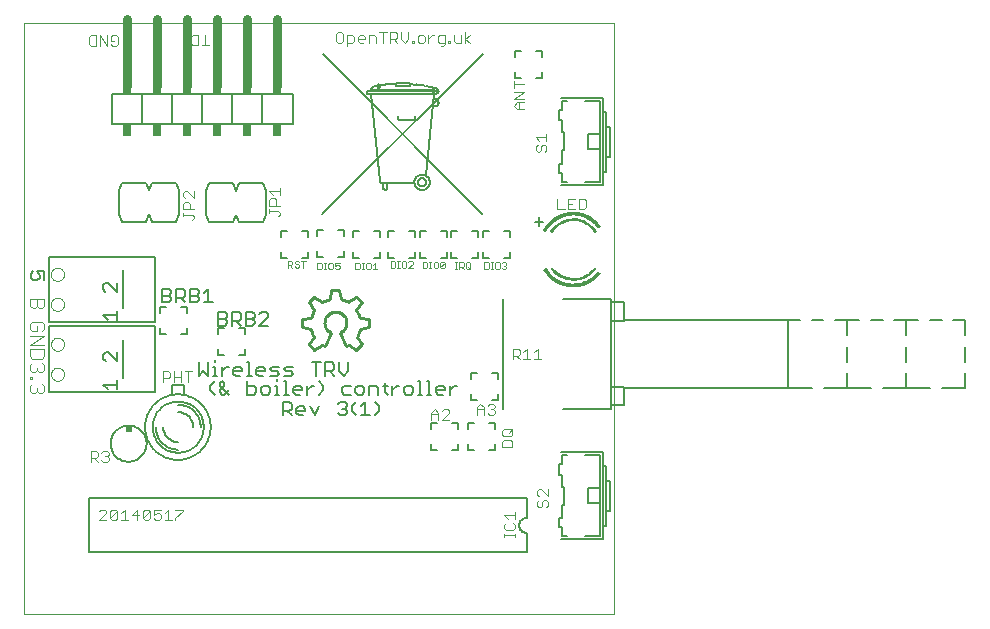
<source format=gto>
G75*
%MOIN*%
%OFA0B0*%
%FSLAX24Y24*%
%IPPOS*%
%LPD*%
%AMOC8*
5,1,8,0,0,1.08239X$1,22.5*
%
%ADD10C,0.0000*%
%ADD11C,0.0050*%
%ADD12C,0.0040*%
%ADD13C,0.0060*%
%ADD14C,0.0079*%
%ADD15C,0.0100*%
%ADD16C,0.0006*%
%ADD17C,0.0010*%
%ADD18C,0.0080*%
%ADD19C,0.0300*%
%ADD20R,0.0300X0.0200*%
%ADD21R,0.0300X0.0400*%
%ADD22C,0.0020*%
%ADD23R,0.0240X0.0230*%
D10*
X000350Y000350D02*
X000350Y020035D01*
X020035Y020035D01*
X020035Y000350D01*
X000350Y000350D01*
X001267Y008344D02*
X001269Y008373D01*
X001275Y008401D01*
X001284Y008429D01*
X001297Y008455D01*
X001314Y008478D01*
X001333Y008500D01*
X001355Y008519D01*
X001380Y008534D01*
X001406Y008547D01*
X001434Y008555D01*
X001462Y008560D01*
X001491Y008561D01*
X001520Y008558D01*
X001548Y008551D01*
X001575Y008541D01*
X001601Y008527D01*
X001624Y008510D01*
X001645Y008490D01*
X001663Y008467D01*
X001678Y008442D01*
X001689Y008415D01*
X001697Y008387D01*
X001701Y008358D01*
X001701Y008330D01*
X001697Y008301D01*
X001689Y008273D01*
X001678Y008246D01*
X001663Y008221D01*
X001645Y008198D01*
X001624Y008178D01*
X001601Y008161D01*
X001575Y008147D01*
X001548Y008137D01*
X001520Y008130D01*
X001491Y008127D01*
X001462Y008128D01*
X001434Y008133D01*
X001406Y008141D01*
X001380Y008154D01*
X001355Y008169D01*
X001333Y008188D01*
X001314Y008210D01*
X001297Y008233D01*
X001284Y008259D01*
X001275Y008287D01*
X001269Y008315D01*
X001267Y008344D01*
X001267Y009344D02*
X001269Y009373D01*
X001275Y009401D01*
X001284Y009429D01*
X001297Y009455D01*
X001314Y009478D01*
X001333Y009500D01*
X001355Y009519D01*
X001380Y009534D01*
X001406Y009547D01*
X001434Y009555D01*
X001462Y009560D01*
X001491Y009561D01*
X001520Y009558D01*
X001548Y009551D01*
X001575Y009541D01*
X001601Y009527D01*
X001624Y009510D01*
X001645Y009490D01*
X001663Y009467D01*
X001678Y009442D01*
X001689Y009415D01*
X001697Y009387D01*
X001701Y009358D01*
X001701Y009330D01*
X001697Y009301D01*
X001689Y009273D01*
X001678Y009246D01*
X001663Y009221D01*
X001645Y009198D01*
X001624Y009178D01*
X001601Y009161D01*
X001575Y009147D01*
X001548Y009137D01*
X001520Y009130D01*
X001491Y009127D01*
X001462Y009128D01*
X001434Y009133D01*
X001406Y009141D01*
X001380Y009154D01*
X001355Y009169D01*
X001333Y009188D01*
X001314Y009210D01*
X001297Y009233D01*
X001284Y009259D01*
X001275Y009287D01*
X001269Y009315D01*
X001267Y009344D01*
X001259Y010670D02*
X001261Y010699D01*
X001267Y010727D01*
X001276Y010755D01*
X001289Y010781D01*
X001306Y010804D01*
X001325Y010826D01*
X001347Y010845D01*
X001372Y010860D01*
X001398Y010873D01*
X001426Y010881D01*
X001454Y010886D01*
X001483Y010887D01*
X001512Y010884D01*
X001540Y010877D01*
X001567Y010867D01*
X001593Y010853D01*
X001616Y010836D01*
X001637Y010816D01*
X001655Y010793D01*
X001670Y010768D01*
X001681Y010741D01*
X001689Y010713D01*
X001693Y010684D01*
X001693Y010656D01*
X001689Y010627D01*
X001681Y010599D01*
X001670Y010572D01*
X001655Y010547D01*
X001637Y010524D01*
X001616Y010504D01*
X001593Y010487D01*
X001567Y010473D01*
X001540Y010463D01*
X001512Y010456D01*
X001483Y010453D01*
X001454Y010454D01*
X001426Y010459D01*
X001398Y010467D01*
X001372Y010480D01*
X001347Y010495D01*
X001325Y010514D01*
X001306Y010536D01*
X001289Y010559D01*
X001276Y010585D01*
X001267Y010613D01*
X001261Y010641D01*
X001259Y010670D01*
X001259Y011670D02*
X001261Y011699D01*
X001267Y011727D01*
X001276Y011755D01*
X001289Y011781D01*
X001306Y011804D01*
X001325Y011826D01*
X001347Y011845D01*
X001372Y011860D01*
X001398Y011873D01*
X001426Y011881D01*
X001454Y011886D01*
X001483Y011887D01*
X001512Y011884D01*
X001540Y011877D01*
X001567Y011867D01*
X001593Y011853D01*
X001616Y011836D01*
X001637Y011816D01*
X001655Y011793D01*
X001670Y011768D01*
X001681Y011741D01*
X001689Y011713D01*
X001693Y011684D01*
X001693Y011656D01*
X001689Y011627D01*
X001681Y011599D01*
X001670Y011572D01*
X001655Y011547D01*
X001637Y011524D01*
X001616Y011504D01*
X001593Y011487D01*
X001567Y011473D01*
X001540Y011463D01*
X001512Y011456D01*
X001483Y011453D01*
X001454Y011454D01*
X001426Y011459D01*
X001398Y011467D01*
X001372Y011480D01*
X001347Y011495D01*
X001325Y011514D01*
X001306Y011536D01*
X001289Y011559D01*
X001276Y011585D01*
X001267Y011613D01*
X001261Y011641D01*
X001259Y011670D01*
D11*
X001034Y011773D02*
X001034Y011473D01*
X000884Y011548D02*
X000809Y011473D01*
X000659Y011473D01*
X000584Y011548D01*
X000584Y011698D01*
X000659Y011773D01*
X000809Y011773D02*
X000884Y011623D01*
X000884Y011548D01*
X000809Y011773D02*
X001034Y011773D01*
X003001Y011321D02*
X003001Y011170D01*
X003076Y011095D01*
X003001Y011321D02*
X003076Y011396D01*
X003151Y011396D01*
X003451Y011095D01*
X003451Y011396D01*
X003451Y010461D02*
X003451Y010161D01*
X003451Y010311D02*
X003001Y010311D01*
X003151Y010161D01*
X003159Y009069D02*
X003084Y009069D01*
X003009Y008994D01*
X003009Y008844D01*
X003084Y008769D01*
X003159Y009069D02*
X003459Y008769D01*
X003459Y009069D01*
X003459Y008135D02*
X003459Y007835D01*
X003459Y007985D02*
X003009Y007985D01*
X003159Y007835D01*
X006189Y008289D02*
X006339Y008439D01*
X006489Y008289D01*
X006489Y008739D01*
X006649Y008589D02*
X006724Y008589D01*
X006724Y008289D01*
X006649Y008289D02*
X006799Y008289D01*
X006956Y008289D02*
X006956Y008589D01*
X006956Y008439D02*
X007106Y008589D01*
X007181Y008589D01*
X007340Y008514D02*
X007415Y008589D01*
X007565Y008589D01*
X007640Y008514D01*
X007640Y008439D01*
X007340Y008439D01*
X007340Y008364D02*
X007340Y008514D01*
X007340Y008364D02*
X007415Y008289D01*
X007565Y008289D01*
X007800Y008289D02*
X007950Y008289D01*
X007875Y008289D02*
X007875Y008739D01*
X007800Y008739D01*
X008107Y008514D02*
X008182Y008589D01*
X008332Y008589D01*
X008407Y008514D01*
X008407Y008439D01*
X008107Y008439D01*
X008107Y008364D02*
X008107Y008514D01*
X008107Y008364D02*
X008182Y008289D01*
X008332Y008289D01*
X008567Y008289D02*
X008793Y008289D01*
X008868Y008364D01*
X008793Y008439D01*
X008643Y008439D01*
X008567Y008514D01*
X008643Y008589D01*
X008868Y008589D01*
X009028Y008514D02*
X009103Y008589D01*
X009328Y008589D01*
X009253Y008439D02*
X009103Y008439D01*
X009028Y008514D01*
X009028Y008289D02*
X009253Y008289D01*
X009328Y008364D01*
X009253Y008439D01*
X008801Y008185D02*
X008801Y008110D01*
X008801Y007960D02*
X008801Y007659D01*
X008726Y007659D02*
X008876Y007659D01*
X009033Y007659D02*
X009183Y007659D01*
X009108Y007659D02*
X009108Y008110D01*
X009033Y008110D01*
X008801Y007960D02*
X008726Y007960D01*
X008566Y007885D02*
X008566Y007734D01*
X008491Y007659D01*
X008341Y007659D01*
X008266Y007734D01*
X008266Y007885D01*
X008341Y007960D01*
X008491Y007960D01*
X008566Y007885D01*
X008106Y007885D02*
X008106Y007734D01*
X008031Y007659D01*
X007805Y007659D01*
X007805Y008110D01*
X007805Y007960D02*
X008031Y007960D01*
X008106Y007885D01*
X007185Y007810D02*
X007035Y007659D01*
X006960Y007659D01*
X006885Y007734D01*
X006885Y007810D01*
X007035Y007960D01*
X007035Y008035D01*
X006960Y008110D01*
X006885Y008035D01*
X006885Y007960D01*
X007185Y007659D01*
X006728Y007659D02*
X006578Y007810D01*
X006578Y007960D01*
X006728Y008110D01*
X006189Y008289D02*
X006189Y008739D01*
X006724Y008739D02*
X006724Y008814D01*
X006833Y009965D02*
X007058Y009965D01*
X007133Y010040D01*
X007133Y010115D01*
X007058Y010190D01*
X006833Y010190D01*
X007058Y010190D02*
X007133Y010265D01*
X007133Y010340D01*
X007058Y010415D01*
X006833Y010415D01*
X006833Y009965D01*
X007293Y009965D02*
X007293Y010415D01*
X007518Y010415D01*
X007593Y010340D01*
X007593Y010190D01*
X007518Y010115D01*
X007293Y010115D01*
X007443Y010115D02*
X007593Y009965D01*
X007754Y009965D02*
X007979Y009965D01*
X008054Y010040D01*
X008054Y010115D01*
X007979Y010190D01*
X007754Y010190D01*
X007979Y010190D02*
X008054Y010265D01*
X008054Y010340D01*
X007979Y010415D01*
X007754Y010415D01*
X007754Y009965D01*
X008214Y009965D02*
X008514Y010265D01*
X008514Y010340D01*
X008439Y010415D01*
X008289Y010415D01*
X008214Y010340D01*
X008214Y009965D02*
X008514Y009965D01*
X006655Y010735D02*
X006355Y010735D01*
X006505Y010735D02*
X006505Y011185D01*
X006355Y011035D01*
X006195Y011035D02*
X006119Y010960D01*
X005894Y010960D01*
X005734Y010960D02*
X005659Y010885D01*
X005434Y010885D01*
X005584Y010885D02*
X005734Y010735D01*
X005894Y010735D02*
X006119Y010735D01*
X006195Y010810D01*
X006195Y010885D01*
X006119Y010960D01*
X006195Y011035D02*
X006195Y011110D01*
X006119Y011185D01*
X005894Y011185D01*
X005894Y010735D01*
X005734Y010960D02*
X005734Y011110D01*
X005659Y011185D01*
X005434Y011185D01*
X005434Y010735D01*
X005274Y010810D02*
X005199Y010735D01*
X004974Y010735D01*
X004974Y011185D01*
X005199Y011185D01*
X005274Y011110D01*
X005274Y011035D01*
X005199Y010960D01*
X004974Y010960D01*
X005199Y010960D02*
X005274Y010885D01*
X005274Y010810D01*
X009949Y008739D02*
X010249Y008739D01*
X010099Y008739D02*
X010099Y008289D01*
X010184Y008110D02*
X010334Y007960D01*
X010334Y007810D01*
X010184Y007659D01*
X010026Y007960D02*
X009951Y007960D01*
X009800Y007810D01*
X009800Y007960D02*
X009800Y007659D01*
X009640Y007810D02*
X009340Y007810D01*
X009340Y007885D02*
X009415Y007960D01*
X009565Y007960D01*
X009640Y007885D01*
X009640Y007810D01*
X009565Y007659D02*
X009415Y007659D01*
X009340Y007734D01*
X009340Y007885D01*
X009208Y007419D02*
X008983Y007419D01*
X008983Y006968D01*
X008983Y007118D02*
X009208Y007118D01*
X009283Y007193D01*
X009283Y007344D01*
X009208Y007419D01*
X009443Y007193D02*
X009518Y007268D01*
X009668Y007268D01*
X009743Y007193D01*
X009743Y007118D01*
X009443Y007118D01*
X009443Y007043D02*
X009443Y007193D01*
X009443Y007043D02*
X009518Y006968D01*
X009668Y006968D01*
X009903Y007268D02*
X010054Y006968D01*
X010204Y007268D01*
X010824Y007344D02*
X010899Y007419D01*
X011049Y007419D01*
X011125Y007344D01*
X011125Y007268D01*
X011049Y007193D01*
X011125Y007118D01*
X011125Y007043D01*
X011049Y006968D01*
X010899Y006968D01*
X010824Y007043D01*
X010974Y007193D02*
X011049Y007193D01*
X011285Y007118D02*
X011285Y007268D01*
X011435Y007419D01*
X011592Y007268D02*
X011742Y007419D01*
X011742Y006968D01*
X011592Y006968D02*
X011892Y006968D01*
X012052Y006968D02*
X012202Y007118D01*
X012202Y007268D01*
X012052Y007419D01*
X012172Y007659D02*
X012172Y007885D01*
X012097Y007960D01*
X011872Y007960D01*
X011872Y007659D01*
X011712Y007734D02*
X011712Y007885D01*
X011637Y007960D01*
X011487Y007960D01*
X011412Y007885D01*
X011412Y007734D01*
X011487Y007659D01*
X011637Y007659D01*
X011712Y007734D01*
X012333Y007960D02*
X012483Y007960D01*
X012408Y008035D02*
X012408Y007734D01*
X012483Y007659D01*
X012639Y007659D02*
X012639Y007960D01*
X012639Y007810D02*
X012790Y007960D01*
X012865Y007960D01*
X013023Y007885D02*
X013023Y007734D01*
X013098Y007659D01*
X013248Y007659D01*
X013323Y007734D01*
X013323Y007885D01*
X013248Y007960D01*
X013098Y007960D01*
X013023Y007885D01*
X013484Y008110D02*
X013559Y008110D01*
X013559Y007659D01*
X013484Y007659D02*
X013634Y007659D01*
X013790Y007659D02*
X013941Y007659D01*
X013866Y007659D02*
X013866Y008110D01*
X013790Y008110D01*
X014097Y007885D02*
X014172Y007960D01*
X014323Y007960D01*
X014398Y007885D01*
X014398Y007810D01*
X014097Y007810D01*
X014097Y007885D02*
X014097Y007734D01*
X014172Y007659D01*
X014323Y007659D01*
X014558Y007659D02*
X014558Y007960D01*
X014558Y007810D02*
X014708Y007960D01*
X014783Y007960D01*
X011435Y006968D02*
X011285Y007118D01*
X011252Y007659D02*
X011026Y007659D01*
X010951Y007734D01*
X010951Y007885D01*
X011026Y007960D01*
X011252Y007960D01*
X011020Y008289D02*
X011170Y008439D01*
X011170Y008739D01*
X010869Y008739D02*
X010869Y008439D01*
X011020Y008289D01*
X010709Y008289D02*
X010559Y008439D01*
X010634Y008439D02*
X010409Y008439D01*
X010409Y008289D02*
X010409Y008739D01*
X010634Y008739D01*
X010709Y008664D01*
X010709Y008514D01*
X010634Y008439D01*
X009283Y006968D02*
X009133Y007118D01*
X017527Y013272D02*
X017527Y013582D01*
X017387Y013432D02*
X017677Y013432D01*
D12*
X018145Y013846D02*
X018381Y013846D01*
X018507Y013846D02*
X018743Y013846D01*
X018870Y013846D02*
X019047Y013846D01*
X019106Y013905D01*
X019106Y014141D01*
X019047Y014200D01*
X018870Y014200D01*
X018870Y013846D01*
X018625Y014023D02*
X018507Y014023D01*
X018507Y014200D02*
X018507Y013846D01*
X018145Y013846D02*
X018145Y014200D01*
X018507Y014200D02*
X018743Y014200D01*
X017721Y015759D02*
X017780Y015818D01*
X017780Y015936D01*
X017721Y015995D01*
X017662Y015995D01*
X017603Y015936D01*
X017603Y015818D01*
X017544Y015759D01*
X017485Y015759D01*
X017426Y015818D01*
X017426Y015936D01*
X017485Y015995D01*
X017544Y016121D02*
X017426Y016239D01*
X017780Y016239D01*
X017780Y016121D02*
X017780Y016357D01*
X017043Y017167D02*
X016807Y017167D01*
X016689Y017285D01*
X016807Y017403D01*
X017043Y017403D01*
X017043Y017529D02*
X016689Y017529D01*
X017043Y017765D01*
X016689Y017765D01*
X016689Y017892D02*
X016689Y018128D01*
X016689Y018010D02*
X017043Y018010D01*
X016866Y017403D02*
X016866Y017167D01*
X015231Y019398D02*
X015054Y019516D01*
X015231Y019634D01*
X015054Y019752D02*
X015054Y019398D01*
X014927Y019398D02*
X014927Y019634D01*
X014691Y019634D02*
X014691Y019457D01*
X014750Y019398D01*
X014927Y019398D01*
X014569Y019398D02*
X014569Y019457D01*
X014510Y019457D01*
X014510Y019398D01*
X014569Y019398D01*
X014384Y019398D02*
X014207Y019398D01*
X014148Y019457D01*
X014148Y019575D01*
X014207Y019634D01*
X014384Y019634D01*
X014384Y019339D01*
X014325Y019280D01*
X014266Y019280D01*
X013846Y019398D02*
X013846Y019634D01*
X013846Y019516D02*
X013964Y019634D01*
X014023Y019634D01*
X013719Y019575D02*
X013660Y019634D01*
X013542Y019634D01*
X013483Y019575D01*
X013483Y019457D01*
X013542Y019398D01*
X013660Y019398D01*
X013719Y019457D01*
X013719Y019575D01*
X013361Y019457D02*
X013361Y019398D01*
X013302Y019398D01*
X013302Y019457D01*
X013361Y019457D01*
X013175Y019516D02*
X013057Y019398D01*
X012939Y019516D01*
X012939Y019752D01*
X012813Y019693D02*
X012813Y019575D01*
X012754Y019516D01*
X012577Y019516D01*
X012695Y019516D02*
X012813Y019398D01*
X012577Y019398D02*
X012577Y019752D01*
X012754Y019752D01*
X012813Y019693D01*
X013175Y019752D02*
X013175Y019516D01*
X012450Y019752D02*
X012214Y019752D01*
X012332Y019752D02*
X012332Y019398D01*
X012088Y019398D02*
X012088Y019575D01*
X012029Y019634D01*
X011852Y019634D01*
X011852Y019398D01*
X011725Y019516D02*
X011489Y019516D01*
X011489Y019575D02*
X011548Y019634D01*
X011666Y019634D01*
X011725Y019575D01*
X011725Y019516D01*
X011666Y019398D02*
X011548Y019398D01*
X011489Y019457D01*
X011489Y019575D01*
X011363Y019575D02*
X011363Y019457D01*
X011304Y019398D01*
X011127Y019398D01*
X011127Y019280D02*
X011127Y019634D01*
X011304Y019634D01*
X011363Y019575D01*
X011000Y019693D02*
X010941Y019752D01*
X010823Y019752D01*
X010764Y019693D01*
X010764Y019457D01*
X010823Y019398D01*
X010941Y019398D01*
X011000Y019457D01*
X011000Y019693D01*
X006895Y019659D02*
X006895Y019305D01*
X006659Y019305D01*
X006532Y019305D02*
X006296Y019305D01*
X006414Y019305D02*
X006414Y019659D01*
X006170Y019659D02*
X005993Y019659D01*
X005934Y019600D01*
X005934Y019364D01*
X005993Y019305D01*
X006170Y019305D01*
X006170Y019659D01*
X005807Y019659D02*
X005689Y019659D01*
X005748Y019659D02*
X005748Y019305D01*
X005807Y019305D02*
X005689Y019305D01*
X006777Y019482D02*
X006895Y019482D01*
X003490Y019578D02*
X003490Y019342D01*
X003431Y019283D01*
X003313Y019283D01*
X003254Y019342D01*
X003254Y019460D02*
X003372Y019460D01*
X003254Y019460D02*
X003254Y019578D01*
X003313Y019637D01*
X003431Y019637D01*
X003490Y019578D01*
X003127Y019637D02*
X003127Y019283D01*
X002891Y019637D01*
X002891Y019283D01*
X002765Y019283D02*
X002588Y019283D01*
X002529Y019342D01*
X002529Y019578D01*
X002588Y019637D01*
X002765Y019637D01*
X002765Y019283D01*
X008898Y014564D02*
X008898Y014328D01*
X008898Y014446D02*
X008544Y014446D01*
X008662Y014328D01*
X008603Y014202D02*
X008721Y014202D01*
X008780Y014143D01*
X008780Y013966D01*
X008898Y013966D02*
X008544Y013966D01*
X008544Y014143D01*
X008603Y014202D01*
X008544Y013839D02*
X008544Y013721D01*
X008544Y013780D02*
X008839Y013780D01*
X008898Y013721D01*
X008898Y013662D01*
X008839Y013603D01*
X006024Y013602D02*
X005965Y013661D01*
X005670Y013661D01*
X005670Y013602D02*
X005670Y013720D01*
X005670Y013847D02*
X005670Y014024D01*
X005729Y014083D01*
X005847Y014083D01*
X005906Y014024D01*
X005906Y013847D01*
X006024Y013847D02*
X005670Y013847D01*
X006024Y013602D02*
X006024Y013543D01*
X005965Y013484D01*
X006024Y014209D02*
X005788Y014445D01*
X005729Y014445D01*
X005670Y014386D01*
X005670Y014268D01*
X005729Y014209D01*
X006024Y014209D02*
X006024Y014445D01*
X001033Y010853D02*
X000572Y010853D01*
X000572Y010623D01*
X000649Y010546D01*
X000726Y010546D01*
X000803Y010623D01*
X000803Y010853D01*
X001033Y010853D02*
X001033Y010623D01*
X000956Y010546D01*
X000879Y010546D01*
X000803Y010623D01*
X000952Y010090D02*
X000645Y010090D01*
X000568Y010013D01*
X000568Y009860D01*
X000645Y009783D01*
X000798Y009783D01*
X000798Y009937D01*
X000952Y010090D02*
X001029Y010013D01*
X001029Y009860D01*
X000952Y009783D01*
X001029Y009630D02*
X000568Y009323D01*
X001029Y009323D01*
X001029Y009169D02*
X000568Y009169D01*
X000568Y008939D01*
X000645Y008862D01*
X000952Y008862D01*
X001029Y008939D01*
X001029Y009169D01*
X000948Y008711D02*
X001025Y008634D01*
X001025Y008480D01*
X000948Y008404D01*
X000872Y008404D01*
X000795Y008480D01*
X000718Y008404D01*
X000641Y008404D01*
X000565Y008480D01*
X000565Y008634D01*
X000641Y008711D01*
X000795Y008557D02*
X000795Y008480D01*
X000641Y008250D02*
X000641Y008173D01*
X000565Y008173D01*
X000565Y008250D01*
X000641Y008250D01*
X000641Y008020D02*
X000565Y007943D01*
X000565Y007790D01*
X000641Y007713D01*
X000718Y007713D01*
X000795Y007790D01*
X000795Y007867D01*
X000795Y007790D02*
X000872Y007713D01*
X000948Y007713D01*
X001025Y007790D01*
X001025Y007943D01*
X000948Y008020D01*
X001029Y009630D02*
X000568Y009630D01*
X004996Y008437D02*
X004996Y008083D01*
X004996Y008201D02*
X005173Y008201D01*
X005232Y008260D01*
X005232Y008378D01*
X005173Y008437D01*
X004996Y008437D01*
X005359Y008437D02*
X005359Y008083D01*
X005359Y008260D02*
X005595Y008260D01*
X005595Y008437D02*
X005595Y008083D01*
X005839Y008083D02*
X005839Y008437D01*
X005721Y008437D02*
X005957Y008437D01*
X003182Y005720D02*
X003123Y005779D01*
X003005Y005779D01*
X002946Y005720D01*
X002819Y005720D02*
X002819Y005602D01*
X002760Y005543D01*
X002583Y005543D01*
X002701Y005543D02*
X002819Y005425D01*
X002946Y005484D02*
X003005Y005425D01*
X003123Y005425D01*
X003182Y005484D01*
X003182Y005543D01*
X003123Y005602D01*
X003064Y005602D01*
X003123Y005602D02*
X003182Y005661D01*
X003182Y005720D01*
X002819Y005720D02*
X002760Y005779D01*
X002583Y005779D01*
X002583Y005425D01*
X002935Y003832D02*
X002876Y003773D01*
X002935Y003832D02*
X003053Y003832D01*
X003112Y003773D01*
X003112Y003714D01*
X002876Y003478D01*
X003112Y003478D01*
X003238Y003537D02*
X003474Y003773D01*
X003474Y003537D01*
X003415Y003478D01*
X003297Y003478D01*
X003238Y003537D01*
X003238Y003773D01*
X003297Y003832D01*
X003415Y003832D01*
X003474Y003773D01*
X003601Y003714D02*
X003719Y003832D01*
X003719Y003478D01*
X003601Y003478D02*
X003837Y003478D01*
X003963Y003655D02*
X004199Y003655D01*
X004326Y003537D02*
X004326Y003773D01*
X004385Y003832D01*
X004503Y003832D01*
X004562Y003773D01*
X004326Y003537D01*
X004385Y003478D01*
X004503Y003478D01*
X004562Y003537D01*
X004562Y003773D01*
X004688Y003832D02*
X004688Y003655D01*
X004806Y003714D01*
X004865Y003714D01*
X004924Y003655D01*
X004924Y003537D01*
X004865Y003478D01*
X004747Y003478D01*
X004688Y003537D01*
X004688Y003832D02*
X004924Y003832D01*
X005051Y003714D02*
X005169Y003832D01*
X005169Y003478D01*
X005051Y003478D02*
X005287Y003478D01*
X005413Y003478D02*
X005413Y003537D01*
X005649Y003773D01*
X005649Y003832D01*
X005413Y003832D01*
X004140Y003832D02*
X003963Y003655D01*
X004140Y003478D02*
X004140Y003832D01*
X013941Y006828D02*
X013941Y007064D01*
X014059Y007182D01*
X014177Y007064D01*
X014177Y006828D01*
X014304Y006828D02*
X014540Y007064D01*
X014540Y007123D01*
X014481Y007182D01*
X014363Y007182D01*
X014304Y007123D01*
X014177Y007005D02*
X013941Y007005D01*
X014304Y006828D02*
X014540Y006828D01*
X015459Y006999D02*
X015459Y007235D01*
X015577Y007353D01*
X015695Y007235D01*
X015695Y006999D01*
X015821Y007058D02*
X015880Y006999D01*
X015998Y006999D01*
X016057Y007058D01*
X016057Y007117D01*
X015998Y007176D01*
X015939Y007176D01*
X015998Y007176D02*
X016057Y007235D01*
X016057Y007294D01*
X015998Y007353D01*
X015880Y007353D01*
X015821Y007294D01*
X015695Y007176D02*
X015459Y007176D01*
X016289Y006448D02*
X016348Y006507D01*
X016584Y006507D01*
X016643Y006448D01*
X016643Y006330D01*
X016584Y006271D01*
X016348Y006271D01*
X016289Y006330D01*
X016289Y006448D01*
X016525Y006389D02*
X016643Y006507D01*
X016584Y006145D02*
X016348Y006145D01*
X016289Y006086D01*
X016289Y005909D01*
X016643Y005909D01*
X016643Y006086D01*
X016584Y006145D01*
X017522Y004504D02*
X017463Y004445D01*
X017463Y004327D01*
X017522Y004268D01*
X017522Y004141D02*
X017463Y004082D01*
X017463Y003964D01*
X017522Y003905D01*
X017581Y003905D01*
X017640Y003964D01*
X017640Y004082D01*
X017699Y004141D01*
X017758Y004141D01*
X017817Y004082D01*
X017817Y003964D01*
X017758Y003905D01*
X017817Y004268D02*
X017581Y004504D01*
X017522Y004504D01*
X017817Y004504D02*
X017817Y004268D01*
X016729Y003752D02*
X016729Y003516D01*
X016729Y003634D02*
X016375Y003634D01*
X016493Y003516D01*
X016434Y003389D02*
X016375Y003330D01*
X016375Y003212D01*
X016434Y003153D01*
X016670Y003153D01*
X016729Y003212D01*
X016729Y003330D01*
X016670Y003389D01*
X016729Y003030D02*
X016729Y002912D01*
X016729Y002971D02*
X016375Y002971D01*
X016375Y002912D02*
X016375Y003030D01*
X016648Y008844D02*
X016648Y009198D01*
X016825Y009198D01*
X016884Y009139D01*
X016884Y009021D01*
X016825Y008962D01*
X016648Y008962D01*
X016766Y008962D02*
X016884Y008844D01*
X017010Y008844D02*
X017246Y008844D01*
X017128Y008844D02*
X017128Y009198D01*
X017010Y009080D01*
X017373Y009080D02*
X017491Y009198D01*
X017491Y008844D01*
X017373Y008844D02*
X017609Y008844D01*
D13*
X016164Y008373D02*
X016164Y008173D01*
X016164Y008373D02*
X015964Y008373D01*
X015464Y008373D02*
X015264Y008373D01*
X015264Y008173D01*
X015264Y007673D02*
X015264Y007473D01*
X015464Y007473D01*
X015964Y007473D02*
X016164Y007473D01*
X016164Y007673D01*
X016080Y006719D02*
X015880Y006719D01*
X016080Y006719D02*
X016080Y006519D01*
X016080Y006019D02*
X016080Y005819D01*
X015880Y005819D01*
X015380Y005819D02*
X015180Y005819D01*
X015180Y006019D01*
X014821Y006008D02*
X014821Y005808D01*
X014621Y005808D01*
X014121Y005808D02*
X013921Y005808D01*
X013921Y006008D01*
X013921Y006508D02*
X013921Y006708D01*
X014121Y006708D01*
X014621Y006708D02*
X014821Y006708D01*
X014821Y006508D01*
X015180Y006519D02*
X015180Y006719D01*
X015380Y006719D01*
X018263Y005737D02*
X019663Y005737D01*
X019663Y005287D01*
X019663Y002837D01*
X018263Y002837D01*
X018287Y002935D02*
X018463Y002937D01*
X018287Y002935D02*
X018289Y003245D01*
X018189Y003245D01*
X018189Y003545D01*
X018289Y003545D01*
X018289Y003995D01*
X018366Y003996D01*
X018366Y004596D01*
X018289Y004595D01*
X018289Y004995D01*
X018189Y004995D01*
X018189Y005345D01*
X018289Y005345D01*
X018292Y005635D01*
X018463Y005637D01*
X019063Y005637D02*
X019563Y005637D01*
X019563Y004537D01*
X019163Y004537D01*
X019163Y004037D01*
X019563Y004037D01*
X019563Y004537D01*
X019763Y004787D02*
X019763Y005287D01*
X019663Y005287D01*
X019763Y004787D02*
X019913Y004787D01*
X019913Y003787D01*
X019763Y003787D01*
X019763Y004787D01*
X019563Y004037D02*
X019563Y002937D01*
X019063Y002937D01*
X019663Y003287D02*
X019763Y003287D01*
X019763Y003787D01*
X017117Y003555D02*
X017117Y004205D01*
X002517Y004205D01*
X002517Y002405D01*
X017117Y002405D01*
X017117Y003055D01*
X017087Y003057D01*
X017057Y003062D01*
X017028Y003071D01*
X017001Y003084D01*
X016975Y003099D01*
X016951Y003118D01*
X016930Y003139D01*
X016911Y003163D01*
X016896Y003189D01*
X016883Y003216D01*
X016874Y003245D01*
X016869Y003275D01*
X016867Y003305D01*
X016869Y003335D01*
X016874Y003365D01*
X016883Y003394D01*
X016896Y003421D01*
X016911Y003447D01*
X016930Y003471D01*
X016951Y003492D01*
X016975Y003511D01*
X017001Y003526D01*
X017028Y003539D01*
X017057Y003548D01*
X017087Y003553D01*
X017117Y003555D01*
X007730Y008972D02*
X007530Y008972D01*
X007730Y008972D02*
X007730Y009172D01*
X007030Y008972D02*
X006830Y008972D01*
X006830Y009172D01*
X006830Y009672D02*
X006830Y009872D01*
X007030Y009872D01*
X007530Y009872D02*
X007730Y009872D01*
X007730Y009672D01*
X005800Y009693D02*
X005600Y009693D01*
X005800Y009693D02*
X005800Y009893D01*
X005800Y010393D02*
X005800Y010593D01*
X005600Y010593D01*
X005100Y010593D02*
X004900Y010593D01*
X004900Y010393D01*
X004726Y010080D02*
X001186Y010080D01*
X001186Y012261D01*
X004726Y012261D01*
X004726Y010080D01*
X004734Y009934D02*
X001194Y009934D01*
X001194Y007753D01*
X004734Y007753D01*
X004734Y009934D01*
X004900Y009893D02*
X004900Y009693D01*
X005100Y009693D01*
X003666Y009480D02*
X003666Y008210D01*
X005313Y007980D02*
X005313Y007650D01*
X005683Y007660D02*
X005683Y007980D01*
X005313Y007980D01*
X004403Y006580D02*
X004405Y006646D01*
X004411Y006711D01*
X004421Y006776D01*
X004435Y006841D01*
X004452Y006904D01*
X004474Y006967D01*
X004499Y007027D01*
X004528Y007087D01*
X004560Y007144D01*
X004596Y007199D01*
X004635Y007252D01*
X004677Y007303D01*
X004722Y007351D01*
X004770Y007396D01*
X004821Y007438D01*
X004874Y007477D01*
X004929Y007513D01*
X004986Y007545D01*
X005046Y007574D01*
X005106Y007599D01*
X005169Y007621D01*
X005232Y007638D01*
X005297Y007652D01*
X005362Y007662D01*
X005427Y007668D01*
X005493Y007670D01*
X005559Y007668D01*
X005624Y007662D01*
X005689Y007652D01*
X005754Y007638D01*
X005817Y007621D01*
X005880Y007599D01*
X005940Y007574D01*
X006000Y007545D01*
X006057Y007513D01*
X006112Y007477D01*
X006165Y007438D01*
X006216Y007396D01*
X006264Y007351D01*
X006309Y007303D01*
X006351Y007252D01*
X006390Y007199D01*
X006426Y007144D01*
X006458Y007087D01*
X006487Y007027D01*
X006512Y006967D01*
X006534Y006904D01*
X006551Y006841D01*
X006565Y006776D01*
X006575Y006711D01*
X006581Y006646D01*
X006583Y006580D01*
X006581Y006514D01*
X006575Y006449D01*
X006565Y006384D01*
X006551Y006319D01*
X006534Y006256D01*
X006512Y006193D01*
X006487Y006133D01*
X006458Y006073D01*
X006426Y006016D01*
X006390Y005961D01*
X006351Y005908D01*
X006309Y005857D01*
X006264Y005809D01*
X006216Y005764D01*
X006165Y005722D01*
X006112Y005683D01*
X006057Y005647D01*
X006000Y005615D01*
X005940Y005586D01*
X005880Y005561D01*
X005817Y005539D01*
X005754Y005522D01*
X005689Y005508D01*
X005624Y005498D01*
X005559Y005492D01*
X005493Y005490D01*
X005427Y005492D01*
X005362Y005498D01*
X005297Y005508D01*
X005232Y005522D01*
X005169Y005539D01*
X005106Y005561D01*
X005046Y005586D01*
X004986Y005615D01*
X004929Y005647D01*
X004874Y005683D01*
X004821Y005722D01*
X004770Y005764D01*
X004722Y005809D01*
X004677Y005857D01*
X004635Y005908D01*
X004596Y005961D01*
X004560Y006016D01*
X004528Y006073D01*
X004499Y006133D01*
X004474Y006193D01*
X004452Y006256D01*
X004435Y006319D01*
X004421Y006384D01*
X004411Y006449D01*
X004405Y006514D01*
X004403Y006580D01*
X003249Y006030D02*
X003251Y006079D01*
X003257Y006127D01*
X003267Y006175D01*
X003281Y006222D01*
X003298Y006268D01*
X003319Y006312D01*
X003344Y006354D01*
X003372Y006394D01*
X003404Y006432D01*
X003438Y006467D01*
X003475Y006499D01*
X003514Y006528D01*
X003556Y006554D01*
X003600Y006576D01*
X003645Y006594D01*
X003692Y006609D01*
X003739Y006620D01*
X003788Y006627D01*
X003837Y006630D01*
X003886Y006629D01*
X003934Y006624D01*
X003983Y006615D01*
X004030Y006602D01*
X004076Y006585D01*
X004120Y006565D01*
X004163Y006541D01*
X004204Y006514D01*
X004242Y006483D01*
X004278Y006450D01*
X004310Y006414D01*
X004340Y006375D01*
X004367Y006334D01*
X004390Y006290D01*
X004409Y006245D01*
X004425Y006199D01*
X004437Y006152D01*
X004445Y006103D01*
X004449Y006054D01*
X004449Y006006D01*
X004445Y005957D01*
X004437Y005908D01*
X004425Y005861D01*
X004409Y005815D01*
X004390Y005770D01*
X004367Y005726D01*
X004340Y005685D01*
X004310Y005646D01*
X004278Y005610D01*
X004242Y005577D01*
X004204Y005546D01*
X004163Y005519D01*
X004120Y005495D01*
X004076Y005475D01*
X004030Y005458D01*
X003983Y005445D01*
X003934Y005436D01*
X003886Y005431D01*
X003837Y005430D01*
X003788Y005433D01*
X003739Y005440D01*
X003692Y005451D01*
X003645Y005466D01*
X003600Y005484D01*
X003556Y005506D01*
X003514Y005532D01*
X003475Y005561D01*
X003438Y005593D01*
X003404Y005628D01*
X003372Y005666D01*
X003344Y005706D01*
X003319Y005748D01*
X003298Y005792D01*
X003281Y005838D01*
X003267Y005885D01*
X003257Y005933D01*
X003251Y005981D01*
X003249Y006030D01*
X004653Y006580D02*
X004655Y006638D01*
X004661Y006696D01*
X004671Y006753D01*
X004685Y006809D01*
X004702Y006865D01*
X004723Y006919D01*
X004748Y006971D01*
X004777Y007022D01*
X004809Y007070D01*
X004844Y007116D01*
X004882Y007160D01*
X004923Y007201D01*
X004967Y007239D01*
X005013Y007274D01*
X005061Y007306D01*
X005112Y007335D01*
X005164Y007360D01*
X005218Y007381D01*
X005274Y007398D01*
X005330Y007412D01*
X005387Y007422D01*
X005445Y007428D01*
X005503Y007430D01*
X005561Y007428D01*
X005619Y007422D01*
X005676Y007412D01*
X005732Y007398D01*
X005788Y007381D01*
X005842Y007360D01*
X005894Y007335D01*
X005945Y007306D01*
X005993Y007274D01*
X006039Y007239D01*
X006083Y007201D01*
X006124Y007160D01*
X006162Y007116D01*
X006197Y007070D01*
X006229Y007022D01*
X006258Y006971D01*
X006283Y006919D01*
X006304Y006865D01*
X006321Y006809D01*
X006335Y006753D01*
X006345Y006696D01*
X006351Y006638D01*
X006353Y006580D01*
X006351Y006522D01*
X006345Y006464D01*
X006335Y006407D01*
X006321Y006351D01*
X006304Y006295D01*
X006283Y006241D01*
X006258Y006189D01*
X006229Y006138D01*
X006197Y006090D01*
X006162Y006044D01*
X006124Y006000D01*
X006083Y005959D01*
X006039Y005921D01*
X005993Y005886D01*
X005945Y005854D01*
X005894Y005825D01*
X005842Y005800D01*
X005788Y005779D01*
X005732Y005762D01*
X005676Y005748D01*
X005619Y005738D01*
X005561Y005732D01*
X005503Y005730D01*
X005445Y005732D01*
X005387Y005738D01*
X005330Y005748D01*
X005274Y005762D01*
X005218Y005779D01*
X005164Y005800D01*
X005112Y005825D01*
X005061Y005854D01*
X005013Y005886D01*
X004967Y005921D01*
X004923Y005959D01*
X004882Y006000D01*
X004844Y006044D01*
X004809Y006090D01*
X004777Y006138D01*
X004748Y006189D01*
X004723Y006241D01*
X004702Y006295D01*
X004685Y006351D01*
X004671Y006407D01*
X004661Y006464D01*
X004655Y006522D01*
X004653Y006580D01*
X004753Y006580D02*
X004755Y006526D01*
X004761Y006473D01*
X004770Y006421D01*
X004783Y006369D01*
X004800Y006318D01*
X004821Y006268D01*
X004845Y006221D01*
X004872Y006175D01*
X004903Y006131D01*
X004936Y006089D01*
X004973Y006050D01*
X005012Y006013D01*
X005054Y005980D01*
X005098Y005949D01*
X005144Y005922D01*
X005191Y005898D01*
X005241Y005877D01*
X005292Y005860D01*
X005344Y005847D01*
X005396Y005838D01*
X005449Y005832D01*
X005503Y005830D01*
X005503Y006080D02*
X005459Y006082D01*
X005416Y006088D01*
X005374Y006097D01*
X005332Y006110D01*
X005292Y006127D01*
X005253Y006147D01*
X005216Y006170D01*
X005182Y006197D01*
X005149Y006226D01*
X005120Y006259D01*
X005093Y006293D01*
X005070Y006330D01*
X005050Y006369D01*
X005033Y006409D01*
X005020Y006451D01*
X005011Y006493D01*
X005005Y006536D01*
X005003Y006580D01*
X005503Y007080D02*
X005547Y007078D01*
X005590Y007072D01*
X005632Y007063D01*
X005674Y007050D01*
X005714Y007033D01*
X005753Y007013D01*
X005790Y006990D01*
X005824Y006963D01*
X005857Y006934D01*
X005886Y006901D01*
X005913Y006867D01*
X005936Y006830D01*
X005956Y006791D01*
X005973Y006751D01*
X005986Y006709D01*
X005995Y006667D01*
X006001Y006624D01*
X006003Y006580D01*
X006253Y006580D02*
X006251Y006634D01*
X006245Y006687D01*
X006236Y006739D01*
X006223Y006791D01*
X006206Y006842D01*
X006185Y006892D01*
X006161Y006939D01*
X006134Y006985D01*
X006103Y007029D01*
X006070Y007071D01*
X006033Y007110D01*
X005994Y007147D01*
X005952Y007180D01*
X005908Y007211D01*
X005862Y007238D01*
X005815Y007262D01*
X005765Y007283D01*
X005714Y007300D01*
X005662Y007313D01*
X005610Y007322D01*
X005557Y007328D01*
X005503Y007330D01*
X003657Y010536D02*
X003657Y011806D01*
X003621Y013420D02*
X004421Y013420D01*
X004521Y013670D01*
X004621Y013420D01*
X005421Y013420D01*
X005521Y013670D01*
X005521Y014470D01*
X005421Y014720D01*
X004621Y014720D01*
X004521Y014470D01*
X004421Y014720D01*
X003621Y014720D01*
X003521Y014470D01*
X003521Y013670D01*
X003621Y013420D01*
X006416Y013663D02*
X006516Y013413D01*
X007316Y013413D01*
X007416Y013663D01*
X007516Y013413D01*
X008316Y013413D01*
X008416Y013663D01*
X008416Y014463D01*
X008316Y014713D01*
X007516Y014713D01*
X007416Y014463D01*
X007316Y014713D01*
X006516Y014713D01*
X006416Y014463D01*
X006416Y013663D01*
X008917Y013127D02*
X008917Y012927D01*
X008917Y013127D02*
X009117Y013127D01*
X009617Y013127D02*
X009817Y013127D01*
X009817Y012927D01*
X010115Y012934D02*
X010115Y013134D01*
X010315Y013134D01*
X010815Y013134D02*
X011015Y013134D01*
X011015Y012934D01*
X011331Y012920D02*
X011331Y013120D01*
X011531Y013120D01*
X012031Y013120D02*
X012231Y013120D01*
X012231Y012920D01*
X012489Y012914D02*
X012489Y013114D01*
X012689Y013114D01*
X013189Y013114D02*
X013389Y013114D01*
X013389Y012914D01*
X013550Y012909D02*
X013550Y013109D01*
X013750Y013109D01*
X014250Y013109D02*
X014450Y013109D01*
X014450Y012909D01*
X014613Y012904D02*
X014613Y013104D01*
X014813Y013104D01*
X015313Y013104D02*
X015513Y013104D01*
X015513Y012904D01*
X015678Y012903D02*
X015678Y013103D01*
X015878Y013103D01*
X016378Y013103D02*
X016578Y013103D01*
X016578Y012903D01*
X016578Y012403D02*
X016578Y012203D01*
X016378Y012203D01*
X015878Y012203D02*
X015678Y012203D01*
X015678Y012403D01*
X015513Y012404D02*
X015513Y012204D01*
X015313Y012204D01*
X014813Y012204D02*
X014613Y012204D01*
X014613Y012404D01*
X014450Y012409D02*
X014450Y012209D01*
X014250Y012209D01*
X013750Y012209D02*
X013550Y012209D01*
X013550Y012409D01*
X013389Y012414D02*
X013389Y012214D01*
X013189Y012214D01*
X012689Y012214D02*
X012489Y012214D01*
X012489Y012414D01*
X012231Y012420D02*
X012231Y012220D01*
X012031Y012220D01*
X011531Y012220D02*
X011331Y012220D01*
X011331Y012420D01*
X011015Y012434D02*
X011015Y012234D01*
X010815Y012234D01*
X010315Y012234D02*
X010115Y012234D01*
X010115Y012434D01*
X009817Y012427D02*
X009817Y012227D01*
X009617Y012227D01*
X009117Y012227D02*
X008917Y012227D01*
X008917Y012427D01*
X009324Y016700D02*
X008294Y016689D01*
X008294Y017689D01*
X009324Y017700D01*
X009324Y016700D01*
X008294Y016689D02*
X007294Y016689D01*
X007294Y017689D01*
X008294Y017689D01*
X007294Y017689D02*
X006294Y017689D01*
X005294Y017689D01*
X004294Y017689D01*
X003284Y017700D01*
X003284Y016700D01*
X004294Y016689D01*
X005294Y016689D01*
X006294Y016689D01*
X007294Y016689D01*
X006294Y016689D02*
X006294Y017689D01*
X005294Y017689D02*
X005294Y016689D01*
X004294Y016689D02*
X004294Y017689D01*
X016718Y018216D02*
X016718Y018416D01*
X016718Y018216D02*
X016918Y018216D01*
X017418Y018216D02*
X017618Y018216D01*
X017618Y018416D01*
X017618Y018916D02*
X017618Y019116D01*
X017418Y019116D01*
X016918Y019116D02*
X016718Y019116D01*
X016718Y018916D01*
X018263Y017548D02*
X019663Y017548D01*
X019663Y017098D01*
X019663Y014648D01*
X018263Y014648D01*
X018287Y014746D02*
X018463Y014748D01*
X018287Y014746D02*
X018289Y015056D01*
X018189Y015056D01*
X018189Y015356D01*
X018289Y015356D01*
X018289Y015806D01*
X018366Y015807D01*
X018366Y016407D01*
X018289Y016406D01*
X018289Y016806D01*
X018189Y016806D01*
X018189Y017156D01*
X018289Y017156D01*
X018292Y017446D01*
X018463Y017448D01*
X019063Y017448D02*
X019563Y017448D01*
X019563Y016348D01*
X019163Y016348D01*
X019163Y015848D01*
X019563Y015848D01*
X019563Y016348D01*
X019763Y016598D02*
X019763Y017098D01*
X019663Y017098D01*
X019763Y016598D02*
X019913Y016598D01*
X019913Y015598D01*
X019763Y015598D01*
X019763Y016598D01*
X019563Y015848D02*
X019563Y014748D01*
X019063Y014748D01*
X019663Y015098D02*
X019763Y015098D01*
X019763Y015598D01*
D14*
X015647Y013689D02*
X010332Y019004D01*
X012212Y018001D02*
X012216Y017952D01*
X012216Y017902D01*
X012212Y017853D01*
X012173Y017843D02*
X012163Y017941D01*
X012163Y018001D02*
X012166Y018009D01*
X012171Y018017D01*
X012179Y018021D01*
X012188Y018023D01*
X012197Y018021D01*
X012205Y018017D01*
X012210Y018009D01*
X012213Y018001D01*
X011996Y017922D02*
X011981Y017913D01*
X011969Y017902D01*
X011958Y017889D01*
X011951Y017874D01*
X011946Y017857D01*
X011945Y017840D01*
X011947Y017824D01*
X011956Y017823D02*
X013994Y017823D01*
X014023Y017823D02*
X014025Y017836D01*
X014024Y017849D01*
X014020Y017862D01*
X014013Y017873D01*
X014003Y017882D01*
X013975Y017794D02*
X013977Y017813D01*
X013982Y017832D01*
X013992Y017848D01*
X014004Y017863D01*
X014019Y017875D01*
X014035Y017885D01*
X014054Y017890D01*
X014073Y017892D01*
X014092Y017890D01*
X014111Y017885D01*
X014127Y017875D01*
X014142Y017863D01*
X014154Y017848D01*
X014164Y017832D01*
X014169Y017813D01*
X014171Y017794D01*
X014169Y017775D01*
X014164Y017756D01*
X014154Y017740D01*
X014142Y017725D01*
X014127Y017713D01*
X014111Y017703D01*
X014092Y017698D01*
X014073Y017696D01*
X014054Y017698D01*
X014035Y017703D01*
X014019Y017713D01*
X014004Y017725D01*
X013992Y017740D01*
X013982Y017756D01*
X013977Y017775D01*
X013975Y017794D01*
X014092Y017695D02*
X014109Y017697D01*
X014126Y017702D01*
X014141Y017710D01*
X014155Y017721D01*
X014166Y017735D01*
X014174Y017750D01*
X014179Y017767D01*
X014181Y017784D01*
X014181Y017794D01*
X011838Y017794D01*
X011828Y017794D01*
X011819Y017794D01*
X011828Y017794D02*
X011838Y017794D01*
X011819Y017794D02*
X011810Y017793D01*
X011801Y017788D01*
X011795Y017782D01*
X011790Y017773D01*
X011789Y017764D01*
X011789Y017745D01*
X011789Y017715D01*
X011791Y017707D01*
X011795Y017701D01*
X011801Y017697D01*
X011809Y017695D01*
X011966Y017695D01*
X012813Y017695D01*
X013620Y017695D01*
X014092Y017695D01*
X014033Y017685D02*
X013758Y014969D01*
X013492Y014743D02*
X013494Y014766D01*
X013500Y014789D01*
X013510Y014810D01*
X013523Y014830D01*
X013539Y014847D01*
X013558Y014861D01*
X013579Y014871D01*
X013601Y014878D01*
X013624Y014881D01*
X013648Y014880D01*
X013670Y014875D01*
X013692Y014866D01*
X013712Y014854D01*
X013730Y014838D01*
X013744Y014820D01*
X013756Y014800D01*
X013764Y014778D01*
X013768Y014755D01*
X013768Y014731D01*
X013764Y014708D01*
X013756Y014686D01*
X013744Y014666D01*
X013730Y014648D01*
X013712Y014632D01*
X013692Y014620D01*
X013670Y014611D01*
X013648Y014606D01*
X013624Y014605D01*
X013601Y014608D01*
X013579Y014615D01*
X013558Y014625D01*
X013539Y014639D01*
X013523Y014656D01*
X013510Y014676D01*
X013500Y014697D01*
X013494Y014720D01*
X013492Y014743D01*
X013364Y014713D02*
X012370Y014703D01*
X012340Y014684D02*
X012340Y014556D01*
X012341Y014543D01*
X012346Y014530D01*
X012353Y014519D01*
X012362Y014510D01*
X012373Y014503D01*
X012386Y014498D01*
X012399Y014497D01*
X012419Y014497D01*
X012432Y014499D01*
X012444Y014504D01*
X012454Y014511D01*
X012461Y014522D01*
X012466Y014533D01*
X012468Y014546D01*
X012468Y014684D01*
X012310Y014712D02*
X012293Y014716D01*
X012278Y014722D01*
X012263Y014732D01*
X012251Y014744D01*
X012241Y014759D01*
X012235Y014774D01*
X012231Y014791D01*
X012232Y014792D02*
X011947Y017685D01*
X011996Y017921D02*
X012034Y017937D01*
X012074Y017950D01*
X012114Y017961D01*
X012162Y017941D02*
X012161Y017971D01*
X012162Y018001D01*
X012724Y018010D02*
X012773Y018010D01*
X012773Y018040D02*
X012773Y017961D01*
X013226Y017961D01*
X013226Y018040D01*
X012773Y018040D01*
X013236Y018010D02*
X013423Y018000D01*
X013945Y017912D02*
X013965Y017904D01*
X013985Y017894D01*
X014004Y017882D01*
X014033Y017519D02*
X014046Y017517D01*
X014060Y017517D01*
X014073Y017519D01*
X014072Y017518D02*
X014090Y017520D01*
X014107Y017518D01*
X014124Y017513D01*
X014140Y017505D01*
X014154Y017494D01*
X014165Y017480D01*
X014173Y017464D01*
X014178Y017448D01*
X014180Y017430D01*
X014181Y017430D02*
X014181Y017371D01*
X014180Y017371D02*
X014179Y017354D01*
X014174Y017337D01*
X014167Y017322D01*
X014157Y017308D01*
X014145Y017296D01*
X014131Y017286D01*
X014116Y017279D01*
X014099Y017274D01*
X014082Y017273D01*
X014082Y017272D02*
X014013Y017272D01*
X013384Y016937D02*
X013384Y016869D01*
X013383Y016869D02*
X013382Y016859D01*
X013378Y016850D01*
X013372Y016841D01*
X013364Y016835D01*
X013354Y016831D01*
X013344Y016830D01*
X013344Y016829D02*
X012882Y016829D01*
X012869Y016830D01*
X012856Y016835D01*
X012845Y016842D01*
X012836Y016851D01*
X012829Y016862D01*
X012824Y016875D01*
X012823Y016888D01*
X012823Y016918D01*
X012823Y016947D01*
X012232Y017981D02*
X012173Y017972D01*
X012114Y017961D01*
X013748Y017961D02*
X013814Y017947D01*
X013880Y017931D01*
X013945Y017912D01*
X015667Y019024D02*
X010313Y013670D01*
X012311Y014714D02*
X012341Y014710D01*
X012370Y014704D01*
X012232Y017980D02*
X012355Y017993D01*
X012477Y018003D01*
X012601Y018008D01*
X012724Y018010D01*
X013422Y018001D02*
X013504Y017995D01*
X013586Y017987D01*
X013667Y017975D01*
X013747Y017961D01*
X013374Y014743D02*
X013376Y014774D01*
X013382Y014805D01*
X013391Y014835D01*
X013404Y014864D01*
X013421Y014891D01*
X013441Y014915D01*
X013463Y014937D01*
X013489Y014956D01*
X013516Y014972D01*
X013545Y014984D01*
X013575Y014993D01*
X013606Y014998D01*
X013638Y014999D01*
X013669Y014996D01*
X013700Y014989D01*
X013730Y014979D01*
X013758Y014965D01*
X013784Y014947D01*
X013808Y014927D01*
X013829Y014903D01*
X013848Y014878D01*
X013863Y014850D01*
X013874Y014821D01*
X013882Y014790D01*
X013886Y014759D01*
X013886Y014727D01*
X013882Y014696D01*
X013874Y014665D01*
X013863Y014636D01*
X013848Y014608D01*
X013829Y014583D01*
X013808Y014559D01*
X013784Y014539D01*
X013758Y014521D01*
X013730Y014507D01*
X013700Y014497D01*
X013669Y014490D01*
X013638Y014487D01*
X013606Y014488D01*
X013575Y014493D01*
X013545Y014502D01*
X013516Y014514D01*
X013489Y014530D01*
X013463Y014549D01*
X013441Y014571D01*
X013421Y014595D01*
X013404Y014622D01*
X013391Y014651D01*
X013382Y014681D01*
X013376Y014712D01*
X013374Y014743D01*
D15*
X010877Y011159D02*
X010927Y010839D01*
X011177Y010739D02*
X011437Y010919D01*
X011627Y010739D01*
X011447Y010479D01*
X011557Y010229D02*
X011857Y010169D01*
X011857Y009909D01*
X011557Y009859D01*
X011457Y009589D02*
X011627Y009349D01*
X011437Y009159D01*
X011197Y009329D01*
X011097Y009269D01*
X010907Y009719D01*
X011458Y009589D02*
X011481Y009630D01*
X011502Y009673D01*
X011520Y009718D01*
X011535Y009763D01*
X011548Y009809D01*
X011558Y009856D01*
X011556Y010230D02*
X011541Y010282D01*
X011522Y010333D01*
X011500Y010383D01*
X011475Y010431D01*
X011446Y010478D01*
X010907Y009729D02*
X010940Y009747D01*
X010970Y009768D01*
X010999Y009792D01*
X011025Y009819D01*
X011047Y009848D01*
X011067Y009880D01*
X011084Y009913D01*
X011097Y009948D01*
X011106Y009984D01*
X011112Y010021D01*
X011114Y010058D01*
X011112Y010095D01*
X011107Y010132D01*
X011097Y010168D01*
X011085Y010203D01*
X011068Y010237D01*
X011049Y010268D01*
X011026Y010298D01*
X011000Y010325D01*
X010972Y010349D01*
X010941Y010370D01*
X010909Y010388D01*
X010875Y010403D01*
X010839Y010414D01*
X010803Y010422D01*
X010766Y010426D01*
X010728Y010426D01*
X010691Y010422D01*
X010655Y010414D01*
X010619Y010403D01*
X010585Y010388D01*
X010553Y010370D01*
X010522Y010349D01*
X010494Y010325D01*
X010468Y010298D01*
X010445Y010268D01*
X010426Y010237D01*
X010409Y010203D01*
X010397Y010168D01*
X010387Y010132D01*
X010382Y010095D01*
X010380Y010058D01*
X010382Y010021D01*
X010388Y009984D01*
X010397Y009948D01*
X010410Y009913D01*
X010427Y009880D01*
X010447Y009848D01*
X010469Y009819D01*
X010495Y009792D01*
X010524Y009768D01*
X010554Y009747D01*
X010587Y009729D01*
X010587Y009719D02*
X010387Y009269D01*
X010287Y009329D01*
X010047Y009159D01*
X009867Y009349D01*
X010027Y009589D01*
X009927Y009859D02*
X009627Y009909D01*
X009627Y010169D01*
X009927Y010229D01*
X010037Y010479D02*
X009857Y010739D01*
X010047Y010919D01*
X010307Y010739D01*
X010557Y010839D02*
X010607Y011159D01*
X010877Y011159D01*
X010550Y010840D02*
X010500Y010827D01*
X010451Y010810D01*
X010403Y010791D01*
X010356Y010768D01*
X010311Y010743D01*
X010038Y010475D02*
X010011Y010428D01*
X009987Y010381D01*
X009966Y010332D01*
X009948Y010281D01*
X009934Y010230D01*
X009928Y009858D02*
X009941Y009802D01*
X009958Y009747D01*
X009979Y009694D01*
X010003Y009642D01*
X010031Y009592D01*
X010932Y010842D02*
X010984Y010828D01*
X011035Y010811D01*
X011085Y010791D01*
X011134Y010768D01*
X011181Y010741D01*
D16*
X018743Y011497D02*
X018740Y011551D01*
X018740Y011550D02*
X018796Y011556D01*
X018852Y011565D01*
X018906Y011578D01*
X018960Y011595D01*
X019013Y011615D01*
X019063Y011639D01*
X019113Y011667D01*
X019160Y011697D01*
X019205Y011731D01*
X019247Y011769D01*
X019287Y011808D01*
X019323Y011851D01*
X019357Y011896D01*
X019401Y011866D01*
X019402Y011865D01*
X019368Y011821D01*
X019332Y011778D01*
X019293Y011738D01*
X019252Y011701D01*
X019208Y011666D01*
X019162Y011634D01*
X019115Y011605D01*
X019065Y011580D01*
X019014Y011557D01*
X018962Y011538D01*
X018908Y011522D01*
X018854Y011510D01*
X018799Y011502D01*
X018743Y011497D01*
X018743Y011502D01*
X018798Y011507D01*
X018853Y011515D01*
X018907Y011527D01*
X018960Y011543D01*
X019012Y011562D01*
X019063Y011584D01*
X019112Y011610D01*
X019160Y011638D01*
X019205Y011670D01*
X019249Y011704D01*
X019290Y011742D01*
X019328Y011781D01*
X019364Y011824D01*
X019397Y011868D01*
X019393Y011871D01*
X019360Y011827D01*
X019325Y011785D01*
X019286Y011745D01*
X019245Y011708D01*
X019202Y011674D01*
X019157Y011642D01*
X019110Y011614D01*
X019061Y011589D01*
X019010Y011566D01*
X018959Y011548D01*
X018906Y011532D01*
X018852Y011520D01*
X018797Y011512D01*
X018743Y011506D01*
X018742Y011511D01*
X018797Y011516D01*
X018851Y011525D01*
X018904Y011537D01*
X018957Y011552D01*
X019009Y011571D01*
X019059Y011593D01*
X019107Y011618D01*
X019154Y011647D01*
X019199Y011678D01*
X019242Y011712D01*
X019283Y011749D01*
X019321Y011788D01*
X019356Y011830D01*
X019389Y011874D01*
X019385Y011877D01*
X019353Y011833D01*
X019317Y011792D01*
X019279Y011752D01*
X019239Y011716D01*
X019196Y011682D01*
X019152Y011651D01*
X019105Y011623D01*
X019057Y011598D01*
X019007Y011576D01*
X018955Y011557D01*
X018903Y011542D01*
X018850Y011530D01*
X018796Y011521D01*
X018742Y011516D01*
X018742Y011521D01*
X018796Y011526D01*
X018849Y011535D01*
X018902Y011547D01*
X018954Y011562D01*
X019005Y011580D01*
X019054Y011602D01*
X019102Y011627D01*
X019149Y011655D01*
X019193Y011686D01*
X019236Y011720D01*
X019276Y011756D01*
X019314Y011795D01*
X019349Y011836D01*
X019381Y011880D01*
X019377Y011882D01*
X019345Y011839D01*
X019310Y011798D01*
X019272Y011760D01*
X019232Y011723D01*
X019190Y011690D01*
X019146Y011659D01*
X019100Y011631D01*
X019052Y011607D01*
X019003Y011585D01*
X018952Y011567D01*
X018901Y011552D01*
X018848Y011540D01*
X018795Y011531D01*
X018741Y011526D01*
X018741Y011531D01*
X018794Y011536D01*
X018847Y011545D01*
X018899Y011556D01*
X018951Y011571D01*
X019001Y011590D01*
X019050Y011611D01*
X019098Y011636D01*
X019143Y011663D01*
X019187Y011694D01*
X019229Y011727D01*
X019269Y011763D01*
X019306Y011802D01*
X019341Y011842D01*
X019373Y011885D01*
X019369Y011888D01*
X019337Y011845D01*
X019302Y011805D01*
X019265Y011767D01*
X019226Y011731D01*
X019184Y011698D01*
X019141Y011668D01*
X019095Y011640D01*
X019048Y011616D01*
X018999Y011594D01*
X018949Y011576D01*
X018898Y011561D01*
X018846Y011550D01*
X018794Y011541D01*
X018741Y011536D01*
X018741Y011541D01*
X018797Y011547D01*
X018853Y011556D01*
X018909Y011569D01*
X018963Y011586D01*
X019016Y011607D01*
X019068Y011631D01*
X019117Y011659D01*
X019165Y011690D01*
X019210Y011725D01*
X019253Y011762D01*
X019293Y011802D01*
X019330Y011845D01*
X019365Y011891D01*
X019360Y011894D01*
X019327Y011849D01*
X019290Y011806D01*
X019250Y011766D01*
X019207Y011728D01*
X019162Y011694D01*
X019115Y011663D01*
X019065Y011636D01*
X019014Y011611D01*
X018961Y011591D01*
X018907Y011574D01*
X018852Y011561D01*
X018797Y011552D01*
X018740Y011546D01*
X018718Y013540D02*
X018719Y013486D01*
X018718Y013487D02*
X018659Y013485D01*
X018600Y013479D01*
X018541Y013469D01*
X018483Y013456D01*
X018426Y013439D01*
X018370Y013419D01*
X018316Y013395D01*
X018263Y013368D01*
X018211Y013338D01*
X018162Y013305D01*
X018115Y013269D01*
X018070Y013230D01*
X018028Y013188D01*
X017988Y013144D01*
X017951Y013098D01*
X017908Y013129D01*
X017908Y013130D01*
X017947Y013179D01*
X017989Y013225D01*
X018033Y013269D01*
X018081Y013311D01*
X018130Y013349D01*
X018183Y013384D01*
X018237Y013416D01*
X018293Y013444D01*
X018350Y013469D01*
X018409Y013490D01*
X018470Y013508D01*
X018531Y013522D01*
X018593Y013532D01*
X018655Y013538D01*
X018718Y013541D01*
X018718Y013536D01*
X018655Y013533D01*
X018593Y013527D01*
X018532Y013517D01*
X018471Y013503D01*
X018411Y013486D01*
X018352Y013464D01*
X018295Y013440D01*
X018239Y013411D01*
X018185Y013380D01*
X018133Y013345D01*
X018084Y013307D01*
X018037Y013266D01*
X017992Y013222D01*
X017950Y013176D01*
X017912Y013127D01*
X017916Y013124D01*
X017954Y013172D01*
X017996Y013219D01*
X018040Y013262D01*
X018087Y013303D01*
X018136Y013341D01*
X018188Y013375D01*
X018241Y013407D01*
X018297Y013435D01*
X018354Y013460D01*
X018412Y013481D01*
X018472Y013498D01*
X018533Y013512D01*
X018594Y013522D01*
X018656Y013528D01*
X018718Y013531D01*
X018718Y013526D01*
X018656Y013524D01*
X018595Y013517D01*
X018534Y013507D01*
X018473Y013494D01*
X018414Y013476D01*
X018356Y013455D01*
X018299Y013431D01*
X018244Y013403D01*
X018191Y013371D01*
X018139Y013337D01*
X018090Y013299D01*
X018043Y013258D01*
X017999Y013215D01*
X017958Y013169D01*
X017920Y013121D01*
X017924Y013118D01*
X017962Y013166D01*
X018003Y013212D01*
X018047Y013255D01*
X018093Y013295D01*
X018142Y013333D01*
X018193Y013367D01*
X018246Y013398D01*
X018301Y013426D01*
X018358Y013450D01*
X018415Y013471D01*
X018475Y013489D01*
X018535Y013502D01*
X018595Y013512D01*
X018656Y013519D01*
X018718Y013521D01*
X018718Y013516D01*
X018657Y013514D01*
X018596Y013507D01*
X018535Y013497D01*
X018476Y013484D01*
X018417Y013467D01*
X018359Y013446D01*
X018303Y013421D01*
X018249Y013394D01*
X018196Y013363D01*
X018145Y013329D01*
X018097Y013291D01*
X018050Y013251D01*
X018007Y013208D01*
X017966Y013163D01*
X017928Y013115D01*
X017932Y013112D01*
X017970Y013160D01*
X018010Y013205D01*
X018054Y013248D01*
X018100Y013287D01*
X018148Y013325D01*
X018199Y013359D01*
X018251Y013389D01*
X018305Y013417D01*
X018361Y013441D01*
X018419Y013462D01*
X018477Y013479D01*
X018536Y013493D01*
X018597Y013502D01*
X018657Y013509D01*
X018718Y013511D01*
X018718Y013506D01*
X018657Y013504D01*
X018597Y013497D01*
X018537Y013488D01*
X018478Y013474D01*
X018420Y013457D01*
X018363Y013436D01*
X018308Y013412D01*
X018253Y013385D01*
X018201Y013354D01*
X018151Y013320D01*
X018103Y013284D01*
X018057Y013244D01*
X018014Y013201D01*
X017973Y013156D01*
X017936Y013109D01*
X017940Y013106D01*
X017977Y013153D01*
X018017Y013198D01*
X018060Y013240D01*
X018106Y013280D01*
X018154Y013316D01*
X018204Y013350D01*
X018256Y013381D01*
X018310Y013408D01*
X018365Y013432D01*
X018422Y013452D01*
X018480Y013469D01*
X018538Y013483D01*
X018598Y013492D01*
X018658Y013499D01*
X018718Y013501D01*
X018718Y013496D01*
X018658Y013494D01*
X018598Y013488D01*
X018539Y013478D01*
X018481Y013464D01*
X018423Y013448D01*
X018367Y013427D01*
X018312Y013403D01*
X018258Y013376D01*
X018207Y013346D01*
X018157Y013312D01*
X018109Y013276D01*
X018064Y013237D01*
X018021Y013194D01*
X017981Y013150D01*
X017944Y013103D01*
X017948Y013100D01*
X017985Y013147D01*
X018025Y013191D01*
X018067Y013233D01*
X018112Y013272D01*
X018160Y013308D01*
X018209Y013342D01*
X018261Y013372D01*
X018314Y013399D01*
X018369Y013423D01*
X018425Y013443D01*
X018482Y013460D01*
X018540Y013473D01*
X018599Y013483D01*
X018659Y013489D01*
X018718Y013491D01*
X019417Y013116D02*
X019371Y013088D01*
X019371Y013089D02*
X019340Y013136D01*
X019306Y013181D01*
X019269Y013223D01*
X019229Y013263D01*
X019187Y013301D01*
X019142Y013335D01*
X019095Y013366D01*
X019046Y013394D01*
X018995Y013418D01*
X018942Y013440D01*
X018889Y013457D01*
X018834Y013471D01*
X018778Y013481D01*
X018722Y013487D01*
X018726Y013541D01*
X018782Y013535D01*
X018837Y013525D01*
X018892Y013512D01*
X018946Y013496D01*
X018998Y013476D01*
X019049Y013453D01*
X019099Y013426D01*
X019147Y013397D01*
X019192Y013365D01*
X019236Y013330D01*
X019278Y013292D01*
X019317Y013251D01*
X019353Y013209D01*
X019387Y013164D01*
X019417Y013117D01*
X019413Y013114D01*
X019383Y013161D01*
X019349Y013206D01*
X019313Y013248D01*
X019274Y013288D01*
X019233Y013326D01*
X019189Y013361D01*
X019144Y013393D01*
X019096Y013422D01*
X019047Y013448D01*
X018996Y013471D01*
X018944Y013491D01*
X018891Y013507D01*
X018836Y013520D01*
X018781Y013530D01*
X018726Y013536D01*
X018726Y013531D01*
X018781Y013525D01*
X018835Y013516D01*
X018889Y013503D01*
X018942Y013486D01*
X018994Y013467D01*
X019045Y013444D01*
X019094Y013418D01*
X019141Y013389D01*
X019186Y013357D01*
X019230Y013322D01*
X019271Y013285D01*
X019309Y013245D01*
X019345Y013202D01*
X019378Y013158D01*
X019409Y013112D01*
X019405Y013109D01*
X019374Y013155D01*
X019341Y013199D01*
X019306Y013241D01*
X019267Y013281D01*
X019226Y013318D01*
X019183Y013353D01*
X019138Y013384D01*
X019091Y013413D01*
X019043Y013439D01*
X018992Y013462D01*
X018941Y013481D01*
X018888Y013498D01*
X018834Y013511D01*
X018780Y013520D01*
X018725Y013526D01*
X018725Y013521D01*
X018783Y013515D01*
X018841Y013504D01*
X018898Y013490D01*
X018954Y013472D01*
X019008Y013450D01*
X019061Y013424D01*
X019112Y013395D01*
X019161Y013363D01*
X019208Y013327D01*
X019252Y013288D01*
X019294Y013247D01*
X019332Y013202D01*
X019368Y013155D01*
X019400Y013106D01*
X019396Y013104D01*
X019364Y013153D01*
X019329Y013199D01*
X019290Y013243D01*
X019249Y013285D01*
X019205Y013323D01*
X019159Y013358D01*
X019110Y013391D01*
X019059Y013420D01*
X019006Y013445D01*
X018952Y013467D01*
X018897Y013485D01*
X018840Y013499D01*
X018783Y013510D01*
X018724Y013516D01*
X018724Y013511D01*
X018782Y013505D01*
X018839Y013494D01*
X018895Y013480D01*
X018951Y013462D01*
X019004Y013440D01*
X019057Y013415D01*
X019107Y013386D01*
X019156Y013354D01*
X019202Y013319D01*
X019246Y013281D01*
X019287Y013240D01*
X019325Y013196D01*
X019360Y013150D01*
X019392Y013101D01*
X019387Y013099D01*
X019356Y013147D01*
X019321Y013193D01*
X019283Y013236D01*
X019242Y013277D01*
X019199Y013315D01*
X019153Y013350D01*
X019105Y013382D01*
X019054Y013411D01*
X019002Y013436D01*
X018949Y013457D01*
X018894Y013475D01*
X018838Y013489D01*
X018781Y013500D01*
X018724Y013506D01*
X018723Y013501D01*
X018780Y013495D01*
X018837Y013485D01*
X018893Y013471D01*
X018947Y013453D01*
X019000Y013431D01*
X019052Y013406D01*
X019102Y013378D01*
X019150Y013346D01*
X019195Y013311D01*
X019239Y013274D01*
X019279Y013233D01*
X019317Y013190D01*
X019352Y013144D01*
X019383Y013096D01*
X019379Y013093D01*
X019348Y013141D01*
X019313Y013187D01*
X019276Y013230D01*
X019235Y013270D01*
X019192Y013308D01*
X019147Y013342D01*
X019099Y013374D01*
X019050Y013402D01*
X018998Y013427D01*
X018945Y013448D01*
X018891Y013466D01*
X018836Y013480D01*
X018780Y013490D01*
X018723Y013496D01*
X018723Y013491D01*
X018779Y013485D01*
X018835Y013475D01*
X018890Y013461D01*
X018944Y013443D01*
X018996Y013422D01*
X019047Y013397D01*
X019097Y013369D01*
X019144Y013338D01*
X019189Y013304D01*
X019232Y013266D01*
X019272Y013226D01*
X019309Y013183D01*
X019343Y013138D01*
X019375Y013091D01*
X017916Y011864D02*
X017957Y011899D01*
X017957Y011898D02*
X017996Y011854D01*
X018038Y011813D01*
X018082Y011774D01*
X018128Y011738D01*
X018177Y011705D01*
X018227Y011674D01*
X018279Y011647D01*
X018333Y011623D01*
X018388Y011603D01*
X018444Y011585D01*
X018501Y011571D01*
X018559Y011561D01*
X018617Y011554D01*
X018676Y011550D01*
X018735Y011550D01*
X018736Y011497D01*
X018737Y011497D01*
X018675Y011496D01*
X018613Y011500D01*
X018551Y011507D01*
X018490Y011518D01*
X018430Y011533D01*
X018370Y011552D01*
X018312Y011573D01*
X018256Y011599D01*
X018201Y011627D01*
X018147Y011659D01*
X018096Y011694D01*
X018047Y011733D01*
X018001Y011774D01*
X017957Y011817D01*
X017915Y011864D01*
X017919Y011867D01*
X017960Y011821D01*
X018004Y011777D01*
X018050Y011736D01*
X018099Y011698D01*
X018150Y011664D01*
X018203Y011632D01*
X018258Y011603D01*
X018314Y011578D01*
X018372Y011556D01*
X018431Y011538D01*
X018491Y011523D01*
X018552Y011512D01*
X018613Y011505D01*
X018675Y011501D01*
X018737Y011502D01*
X018736Y011507D01*
X018675Y011506D01*
X018614Y011510D01*
X018553Y011517D01*
X018492Y011528D01*
X018432Y011543D01*
X018374Y011561D01*
X018316Y011583D01*
X018260Y011608D01*
X018206Y011636D01*
X018153Y011668D01*
X018102Y011702D01*
X018054Y011740D01*
X018007Y011781D01*
X017964Y011824D01*
X017923Y011870D01*
X017927Y011873D01*
X017968Y011828D01*
X018011Y011784D01*
X018057Y011744D01*
X018105Y011707D01*
X018156Y011672D01*
X018208Y011640D01*
X018262Y011612D01*
X018318Y011587D01*
X018375Y011566D01*
X018434Y011548D01*
X018493Y011533D01*
X018553Y011522D01*
X018614Y011515D01*
X018675Y011511D01*
X018736Y011512D01*
X018736Y011517D01*
X018675Y011516D01*
X018614Y011520D01*
X018554Y011527D01*
X018494Y011538D01*
X018435Y011552D01*
X018377Y011570D01*
X018320Y011592D01*
X018264Y011617D01*
X018210Y011645D01*
X018158Y011676D01*
X018108Y011711D01*
X018060Y011748D01*
X018014Y011788D01*
X017971Y011831D01*
X017931Y011876D01*
X017934Y011880D01*
X017975Y011834D01*
X018018Y011792D01*
X018063Y011752D01*
X018111Y011715D01*
X018161Y011680D01*
X018213Y011649D01*
X018267Y011621D01*
X018322Y011597D01*
X018378Y011575D01*
X018436Y011557D01*
X018495Y011543D01*
X018555Y011532D01*
X018615Y011525D01*
X018675Y011521D01*
X018736Y011522D01*
X018736Y011527D01*
X018675Y011526D01*
X018615Y011530D01*
X018555Y011537D01*
X018496Y011548D01*
X018438Y011562D01*
X018380Y011580D01*
X018324Y011601D01*
X018269Y011626D01*
X018215Y011654D01*
X018164Y011685D01*
X018114Y011719D01*
X018066Y011756D01*
X018021Y011795D01*
X017978Y011838D01*
X017938Y011883D01*
X017942Y011886D01*
X017982Y011841D01*
X018025Y011799D01*
X018070Y011759D01*
X018117Y011723D01*
X018166Y011689D01*
X018218Y011658D01*
X018271Y011630D01*
X018326Y011606D01*
X018382Y011585D01*
X018439Y011567D01*
X018497Y011553D01*
X018556Y011542D01*
X018616Y011535D01*
X018676Y011531D01*
X018735Y011531D01*
X018735Y011536D01*
X018676Y011536D01*
X018616Y011540D01*
X018557Y011547D01*
X018498Y011558D01*
X018440Y011572D01*
X018383Y011589D01*
X018328Y011610D01*
X018273Y011635D01*
X018220Y011662D01*
X018169Y011693D01*
X018120Y011727D01*
X018073Y011763D01*
X018028Y011803D01*
X017986Y011845D01*
X017946Y011889D01*
X017950Y011892D01*
X017989Y011848D01*
X018031Y011806D01*
X018076Y011767D01*
X018123Y011731D01*
X018172Y011697D01*
X018223Y011667D01*
X018275Y011639D01*
X018329Y011615D01*
X018385Y011594D01*
X018442Y011577D01*
X018499Y011563D01*
X018558Y011552D01*
X018617Y011545D01*
X018676Y011541D01*
X018735Y011541D01*
X018735Y011546D01*
X018676Y011546D01*
X018617Y011550D01*
X018558Y011557D01*
X018500Y011567D01*
X018443Y011581D01*
X018387Y011599D01*
X018331Y011620D01*
X018277Y011644D01*
X018225Y011671D01*
X018174Y011701D01*
X018126Y011735D01*
X018079Y011771D01*
X018035Y011810D01*
X017993Y011852D01*
X017954Y011896D01*
D17*
X017677Y011828D02*
X017754Y011874D01*
X017754Y011873D02*
X017789Y011819D01*
X017826Y011767D01*
X017867Y011718D01*
X017911Y011671D01*
X017958Y011627D01*
X018007Y011586D01*
X018059Y011548D01*
X018113Y011513D01*
X018169Y011482D01*
X018226Y011454D01*
X018286Y011430D01*
X018347Y011409D01*
X018408Y011392D01*
X018471Y011379D01*
X018535Y011370D01*
X018599Y011364D01*
X018663Y011363D01*
X018664Y011274D01*
X018664Y011273D01*
X018598Y011274D01*
X018533Y011279D01*
X018467Y011288D01*
X018403Y011301D01*
X018339Y011317D01*
X018276Y011337D01*
X018215Y011361D01*
X018155Y011388D01*
X018096Y011419D01*
X018040Y011452D01*
X017985Y011490D01*
X017933Y011530D01*
X017883Y011573D01*
X017836Y011619D01*
X017792Y011668D01*
X017750Y011719D01*
X017712Y011772D01*
X017676Y011828D01*
X017684Y011832D01*
X017719Y011777D01*
X017757Y011724D01*
X017799Y011673D01*
X017843Y011625D01*
X017890Y011580D01*
X017939Y011537D01*
X017991Y011497D01*
X018045Y011460D01*
X018101Y011426D01*
X018159Y011396D01*
X018218Y011369D01*
X018279Y011346D01*
X018341Y011326D01*
X018405Y011310D01*
X018469Y011297D01*
X018534Y011288D01*
X018599Y011283D01*
X018664Y011282D01*
X018664Y011291D01*
X018599Y011292D01*
X018534Y011297D01*
X018470Y011306D01*
X018407Y011318D01*
X018344Y011335D01*
X018282Y011354D01*
X018222Y011378D01*
X018163Y011404D01*
X018105Y011434D01*
X018050Y011468D01*
X017996Y011504D01*
X017945Y011544D01*
X017896Y011586D01*
X017849Y011631D01*
X017806Y011679D01*
X017765Y011730D01*
X017727Y011782D01*
X017692Y011837D01*
X017700Y011841D01*
X017734Y011787D01*
X017772Y011735D01*
X017812Y011685D01*
X017856Y011638D01*
X017902Y011593D01*
X017950Y011551D01*
X018001Y011511D01*
X018054Y011475D01*
X018110Y011442D01*
X018166Y011412D01*
X018225Y011386D01*
X018285Y011363D01*
X018346Y011343D01*
X018409Y011327D01*
X018472Y011315D01*
X018535Y011306D01*
X018599Y011301D01*
X018664Y011300D01*
X018664Y011309D01*
X018600Y011310D01*
X018536Y011315D01*
X018473Y011324D01*
X018411Y011336D01*
X018349Y011352D01*
X018288Y011371D01*
X018229Y011394D01*
X018170Y011420D01*
X018114Y011450D01*
X018059Y011483D01*
X018007Y011519D01*
X017956Y011558D01*
X017908Y011599D01*
X017862Y011644D01*
X017819Y011691D01*
X017779Y011740D01*
X017742Y011792D01*
X017707Y011846D01*
X017715Y011851D01*
X017749Y011797D01*
X017786Y011746D01*
X017826Y011697D01*
X017869Y011650D01*
X017914Y011606D01*
X017962Y011565D01*
X018012Y011526D01*
X018064Y011490D01*
X018118Y011458D01*
X018174Y011428D01*
X018232Y011402D01*
X018291Y011380D01*
X018351Y011361D01*
X018412Y011345D01*
X018475Y011333D01*
X018537Y011324D01*
X018600Y011319D01*
X018663Y011318D01*
X018663Y011327D01*
X018601Y011328D01*
X018538Y011333D01*
X018476Y011342D01*
X018414Y011354D01*
X018354Y011369D01*
X018294Y011388D01*
X018235Y011411D01*
X018178Y011437D01*
X018123Y011466D01*
X018069Y011498D01*
X018017Y011533D01*
X017967Y011572D01*
X017920Y011613D01*
X017875Y011656D01*
X017833Y011703D01*
X017793Y011751D01*
X017757Y011802D01*
X017723Y011855D01*
X017731Y011860D01*
X017764Y011807D01*
X017800Y011757D01*
X017840Y011709D01*
X017882Y011663D01*
X017926Y011619D01*
X017973Y011579D01*
X018022Y011541D01*
X018074Y011506D01*
X018127Y011474D01*
X018182Y011445D01*
X018239Y011419D01*
X018297Y011397D01*
X018356Y011378D01*
X018416Y011362D01*
X018477Y011350D01*
X018539Y011342D01*
X018601Y011337D01*
X018663Y011336D01*
X018663Y011345D01*
X018601Y011346D01*
X018540Y011351D01*
X018479Y011359D01*
X018418Y011371D01*
X018359Y011386D01*
X018300Y011405D01*
X018242Y011427D01*
X018186Y011453D01*
X018132Y011481D01*
X018079Y011513D01*
X018028Y011548D01*
X017979Y011585D01*
X017932Y011626D01*
X017888Y011669D01*
X017847Y011714D01*
X017808Y011762D01*
X017772Y011812D01*
X017738Y011864D01*
X017746Y011869D01*
X017779Y011817D01*
X017815Y011768D01*
X017853Y011720D01*
X017895Y011675D01*
X017938Y011632D01*
X017985Y011592D01*
X018033Y011555D01*
X018084Y011521D01*
X018136Y011489D01*
X018190Y011461D01*
X018246Y011436D01*
X018303Y011414D01*
X018361Y011395D01*
X018420Y011380D01*
X018480Y011368D01*
X018541Y011360D01*
X018602Y011355D01*
X018663Y011354D01*
X018675Y011274D02*
X018673Y011364D01*
X018673Y011363D02*
X018735Y011367D01*
X018796Y011374D01*
X018857Y011384D01*
X018917Y011398D01*
X018977Y011416D01*
X019035Y011436D01*
X019092Y011460D01*
X019147Y011488D01*
X019201Y011518D01*
X019253Y011551D01*
X019303Y011588D01*
X019351Y011627D01*
X019396Y011669D01*
X019439Y011713D01*
X019480Y011760D01*
X019549Y011704D01*
X019550Y011703D01*
X019506Y011652D01*
X019459Y011604D01*
X019410Y011559D01*
X019358Y011517D01*
X019304Y011477D01*
X019248Y011441D01*
X019189Y011408D01*
X019129Y011378D01*
X019067Y011352D01*
X019004Y011330D01*
X018940Y011311D01*
X018875Y011296D01*
X018809Y011285D01*
X018742Y011277D01*
X018675Y011273D01*
X018675Y011282D01*
X018741Y011286D01*
X018807Y011294D01*
X018873Y011305D01*
X018938Y011320D01*
X019001Y011338D01*
X019064Y011361D01*
X019125Y011387D01*
X019185Y011416D01*
X019243Y011449D01*
X019299Y011485D01*
X019353Y011524D01*
X019404Y011566D01*
X019453Y011611D01*
X019499Y011658D01*
X019543Y011709D01*
X019536Y011714D01*
X019493Y011665D01*
X019447Y011617D01*
X019398Y011573D01*
X019347Y011531D01*
X019294Y011492D01*
X019238Y011456D01*
X019181Y011424D01*
X019122Y011395D01*
X019061Y011369D01*
X018999Y011347D01*
X018935Y011329D01*
X018871Y011314D01*
X018806Y011302D01*
X018741Y011295D01*
X018675Y011291D01*
X018675Y011300D01*
X018740Y011304D01*
X018805Y011311D01*
X018869Y011322D01*
X018933Y011337D01*
X018996Y011356D01*
X019058Y011378D01*
X019118Y011403D01*
X019177Y011432D01*
X019234Y011464D01*
X019289Y011499D01*
X019342Y011538D01*
X019392Y011579D01*
X019441Y011624D01*
X019486Y011671D01*
X019529Y011720D01*
X019522Y011726D01*
X019479Y011677D01*
X019434Y011630D01*
X019386Y011586D01*
X019336Y011545D01*
X019284Y011507D01*
X019229Y011472D01*
X019172Y011440D01*
X019114Y011411D01*
X019054Y011386D01*
X018993Y011364D01*
X018931Y011346D01*
X018868Y011331D01*
X018804Y011320D01*
X018739Y011313D01*
X018674Y011309D01*
X018674Y011318D01*
X018738Y011322D01*
X018802Y011329D01*
X018866Y011340D01*
X018929Y011355D01*
X018990Y011373D01*
X019051Y011394D01*
X019110Y011419D01*
X019168Y011448D01*
X019224Y011479D01*
X019279Y011514D01*
X019331Y011552D01*
X019380Y011593D01*
X019428Y011636D01*
X019473Y011683D01*
X019515Y011731D01*
X019508Y011737D01*
X019466Y011689D01*
X019422Y011643D01*
X019375Y011600D01*
X019325Y011559D01*
X019273Y011522D01*
X019220Y011487D01*
X019164Y011456D01*
X019107Y011428D01*
X019048Y011403D01*
X018988Y011381D01*
X018926Y011363D01*
X018864Y011349D01*
X018801Y011338D01*
X018738Y011331D01*
X018674Y011327D01*
X018674Y011336D01*
X018737Y011340D01*
X018800Y011347D01*
X018862Y011358D01*
X018924Y011372D01*
X018985Y011390D01*
X019045Y011411D01*
X019103Y011436D01*
X019160Y011464D01*
X019215Y011495D01*
X019268Y011529D01*
X019320Y011566D01*
X019369Y011606D01*
X019415Y011649D01*
X019459Y011695D01*
X019501Y011743D01*
X019494Y011748D01*
X019453Y011701D01*
X019409Y011656D01*
X019363Y011613D01*
X019314Y011573D01*
X019263Y011537D01*
X019210Y011503D01*
X019156Y011472D01*
X019099Y011444D01*
X019041Y011420D01*
X018982Y011398D01*
X018922Y011381D01*
X018861Y011367D01*
X018799Y011356D01*
X018736Y011349D01*
X018674Y011345D01*
X018673Y011354D01*
X018736Y011358D01*
X018797Y011365D01*
X018859Y011375D01*
X018920Y011389D01*
X018979Y011407D01*
X019038Y011428D01*
X019096Y011452D01*
X019151Y011480D01*
X019206Y011510D01*
X019258Y011544D01*
X019309Y011581D01*
X019357Y011620D01*
X019403Y011662D01*
X019446Y011707D01*
X019487Y011754D01*
X018692Y013759D02*
X018692Y013669D01*
X018692Y013670D02*
X018628Y013668D01*
X018564Y013663D01*
X018500Y013654D01*
X018438Y013641D01*
X018376Y013624D01*
X018315Y013603D01*
X018255Y013579D01*
X018197Y013552D01*
X018141Y013521D01*
X018086Y013487D01*
X018034Y013449D01*
X017984Y013409D01*
X017937Y013366D01*
X017892Y013320D01*
X017850Y013271D01*
X017811Y013220D01*
X017775Y013167D01*
X017743Y013111D01*
X017664Y013154D01*
X017697Y013211D01*
X017734Y013266D01*
X017773Y013319D01*
X017816Y013369D01*
X017861Y013417D01*
X017909Y013463D01*
X017959Y013505D01*
X018012Y013545D01*
X018067Y013581D01*
X018124Y013615D01*
X018182Y013645D01*
X018243Y013672D01*
X018304Y013695D01*
X018367Y013715D01*
X018431Y013731D01*
X018496Y013744D01*
X018561Y013753D01*
X018627Y013758D01*
X018693Y013760D01*
X018693Y013751D01*
X018627Y013749D01*
X018562Y013744D01*
X018497Y013735D01*
X018433Y013723D01*
X018370Y013706D01*
X018307Y013687D01*
X018246Y013664D01*
X018186Y013637D01*
X018128Y013607D01*
X018072Y013574D01*
X018017Y013537D01*
X017965Y013498D01*
X017915Y013456D01*
X017867Y013411D01*
X017822Y013363D01*
X017780Y013313D01*
X017741Y013261D01*
X017705Y013206D01*
X017672Y013150D01*
X017679Y013146D01*
X017712Y013202D01*
X017748Y013256D01*
X017787Y013308D01*
X017829Y013357D01*
X017874Y013404D01*
X017921Y013449D01*
X017971Y013491D01*
X018022Y013530D01*
X018076Y013566D01*
X018132Y013599D01*
X018190Y013629D01*
X018249Y013655D01*
X018310Y013678D01*
X018372Y013698D01*
X018435Y013714D01*
X018499Y013726D01*
X018563Y013735D01*
X018628Y013740D01*
X018693Y013742D01*
X018693Y013733D01*
X018628Y013731D01*
X018564Y013726D01*
X018500Y013717D01*
X018437Y013705D01*
X018375Y013689D01*
X018313Y013670D01*
X018253Y013647D01*
X018194Y013621D01*
X018137Y013591D01*
X018081Y013558D01*
X018028Y013523D01*
X017976Y013484D01*
X017927Y013442D01*
X017880Y013398D01*
X017836Y013351D01*
X017794Y013302D01*
X017756Y013251D01*
X017720Y013197D01*
X017687Y013141D01*
X017695Y013137D01*
X017728Y013192D01*
X017763Y013245D01*
X017801Y013296D01*
X017843Y013345D01*
X017886Y013392D01*
X017933Y013436D01*
X017982Y013477D01*
X018033Y013515D01*
X018086Y013551D01*
X018141Y013583D01*
X018198Y013613D01*
X018256Y013639D01*
X018316Y013661D01*
X018377Y013680D01*
X018439Y013696D01*
X018502Y013709D01*
X018565Y013717D01*
X018629Y013722D01*
X018693Y013724D01*
X018693Y013715D01*
X018629Y013713D01*
X018566Y013708D01*
X018503Y013700D01*
X018441Y013688D01*
X018379Y013672D01*
X018319Y013653D01*
X018260Y013630D01*
X018202Y013604D01*
X018145Y013575D01*
X018091Y013543D01*
X018038Y013508D01*
X017987Y013470D01*
X017939Y013429D01*
X017893Y013385D01*
X017849Y013339D01*
X017808Y013291D01*
X017770Y013240D01*
X017735Y013187D01*
X017703Y013133D01*
X017711Y013128D01*
X017745Y013186D01*
X017782Y013241D01*
X017822Y013293D01*
X017865Y013344D01*
X017912Y013391D01*
X017961Y013436D01*
X018012Y013478D01*
X018066Y013517D01*
X018122Y013552D01*
X018181Y013584D01*
X018241Y013612D01*
X018302Y013637D01*
X018365Y013658D01*
X018429Y013676D01*
X018494Y013689D01*
X018560Y013699D01*
X018626Y013704D01*
X018692Y013706D01*
X018692Y013697D01*
X018627Y013695D01*
X018561Y013690D01*
X018496Y013680D01*
X018431Y013667D01*
X018368Y013650D01*
X018305Y013629D01*
X018244Y013604D01*
X018185Y013576D01*
X018127Y013544D01*
X018071Y013509D01*
X018018Y013471D01*
X017967Y013429D01*
X017918Y013385D01*
X017872Y013338D01*
X017829Y013288D01*
X017789Y013235D01*
X017752Y013181D01*
X017719Y013124D01*
X017727Y013120D01*
X017760Y013176D01*
X017796Y013230D01*
X017836Y013282D01*
X017879Y013332D01*
X017924Y013378D01*
X017972Y013423D01*
X018023Y013464D01*
X018076Y013502D01*
X018132Y013536D01*
X018189Y013568D01*
X018248Y013596D01*
X018308Y013620D01*
X018370Y013641D01*
X018433Y013658D01*
X018497Y013671D01*
X018562Y013681D01*
X018627Y013686D01*
X018692Y013688D01*
X018692Y013679D01*
X018627Y013677D01*
X018563Y013672D01*
X018499Y013662D01*
X018435Y013649D01*
X018373Y013632D01*
X018312Y013612D01*
X018251Y013588D01*
X018193Y013560D01*
X018136Y013529D01*
X018081Y013494D01*
X018029Y013456D01*
X017978Y013416D01*
X017931Y013372D01*
X017885Y013326D01*
X017843Y013277D01*
X017804Y013225D01*
X017768Y013171D01*
X017735Y013116D01*
X019554Y013294D02*
X019481Y013241D01*
X019482Y013242D02*
X019444Y013290D01*
X019403Y013336D01*
X019360Y013379D01*
X019314Y013420D01*
X019267Y013459D01*
X019216Y013494D01*
X019164Y013527D01*
X019111Y013556D01*
X019055Y013582D01*
X018998Y013605D01*
X018940Y013625D01*
X018881Y013641D01*
X018821Y013654D01*
X018761Y013664D01*
X018699Y013670D01*
X018705Y013759D01*
X018771Y013753D01*
X018837Y013743D01*
X018902Y013729D01*
X018967Y013711D01*
X019030Y013690D01*
X019091Y013665D01*
X019152Y013636D01*
X019210Y013604D01*
X019266Y013569D01*
X019321Y013530D01*
X019373Y013489D01*
X019422Y013444D01*
X019469Y013397D01*
X019513Y013347D01*
X019554Y013295D01*
X019547Y013289D01*
X019506Y013341D01*
X019463Y013391D01*
X019416Y013438D01*
X019367Y013482D01*
X019315Y013523D01*
X019261Y013561D01*
X019205Y013596D01*
X019147Y013628D01*
X019088Y013656D01*
X019026Y013681D01*
X018964Y013703D01*
X018900Y013720D01*
X018836Y013734D01*
X018770Y013744D01*
X018705Y013750D01*
X018704Y013741D01*
X018769Y013735D01*
X018834Y013725D01*
X018898Y013711D01*
X018961Y013694D01*
X019023Y013673D01*
X019084Y013648D01*
X019143Y013620D01*
X019201Y013589D01*
X019256Y013554D01*
X019310Y013516D01*
X019361Y013475D01*
X019410Y013431D01*
X019456Y013385D01*
X019499Y013336D01*
X019540Y013284D01*
X019533Y013279D01*
X019493Y013330D01*
X019449Y013379D01*
X019404Y013425D01*
X019355Y013468D01*
X019305Y013509D01*
X019251Y013546D01*
X019196Y013581D01*
X019139Y013612D01*
X019081Y013640D01*
X019020Y013664D01*
X018959Y013685D01*
X018896Y013703D01*
X018832Y013716D01*
X018768Y013726D01*
X018703Y013732D01*
X018703Y013723D01*
X018767Y013717D01*
X018831Y013707D01*
X018894Y013694D01*
X018956Y013677D01*
X019017Y013656D01*
X019077Y013632D01*
X019135Y013604D01*
X019192Y013573D01*
X019246Y013539D01*
X019299Y013502D01*
X019349Y013461D01*
X019397Y013418D01*
X019443Y013373D01*
X019486Y013324D01*
X019525Y013273D01*
X019518Y013268D01*
X019479Y013318D01*
X019436Y013366D01*
X019391Y013412D01*
X019344Y013455D01*
X019294Y013494D01*
X019241Y013531D01*
X019187Y013565D01*
X019131Y013596D01*
X019073Y013623D01*
X019014Y013648D01*
X018953Y013668D01*
X018892Y013685D01*
X018829Y013699D01*
X018766Y013708D01*
X018702Y013715D01*
X018702Y013706D01*
X018765Y013699D01*
X018828Y013690D01*
X018890Y013676D01*
X018951Y013659D01*
X019011Y013639D01*
X019070Y013615D01*
X019127Y013588D01*
X019183Y013558D01*
X019236Y013524D01*
X019288Y013487D01*
X019338Y013448D01*
X019385Y013405D01*
X019430Y013360D01*
X019472Y013313D01*
X019511Y013263D01*
X019504Y013257D01*
X019465Y013307D01*
X019423Y013354D01*
X019379Y013399D01*
X019332Y013441D01*
X019283Y013480D01*
X019231Y013516D01*
X019178Y013550D01*
X019123Y013580D01*
X019066Y013607D01*
X019008Y013631D01*
X018948Y013651D01*
X018888Y013668D01*
X018826Y013681D01*
X018764Y013690D01*
X018701Y013697D01*
X018701Y013688D01*
X018763Y013682D01*
X018824Y013672D01*
X018885Y013659D01*
X018946Y013642D01*
X019005Y013622D01*
X019062Y013599D01*
X019119Y013572D01*
X019174Y013542D01*
X019226Y013509D01*
X019277Y013473D01*
X019326Y013434D01*
X019373Y013392D01*
X019417Y013348D01*
X019458Y013301D01*
X019496Y013252D01*
X019489Y013247D01*
X019451Y013295D01*
X019410Y013342D01*
X019366Y013386D01*
X019320Y013427D01*
X019272Y013466D01*
X019221Y013502D01*
X019169Y013534D01*
X019115Y013564D01*
X019059Y013591D01*
X019001Y013614D01*
X018943Y013634D01*
X018883Y013650D01*
X018823Y013663D01*
X018762Y013673D01*
X018700Y013679D01*
D18*
X018324Y010842D02*
X019926Y010842D01*
X019926Y007181D01*
X018324Y007181D01*
X019965Y007319D02*
X020359Y007319D01*
X020359Y007909D01*
X019965Y007909D01*
X020398Y007870D02*
X025831Y007870D01*
X025831Y010153D01*
X026225Y010153D01*
X025831Y010153D02*
X020398Y010153D01*
X020359Y010114D02*
X019965Y010114D01*
X020359Y010114D02*
X020359Y010744D01*
X019965Y010744D01*
X016324Y010842D02*
X016324Y007181D01*
X025871Y007870D02*
X026639Y007870D01*
X027032Y007870D02*
X027800Y007870D01*
X027800Y008368D01*
X027800Y008762D02*
X027800Y009261D01*
X027800Y009654D02*
X027800Y010153D01*
X028194Y010153D01*
X028587Y010153D02*
X028981Y010153D01*
X029375Y010153D02*
X029768Y010153D01*
X030162Y010153D01*
X029768Y010153D02*
X029768Y009654D01*
X029768Y009261D02*
X029768Y008762D01*
X029768Y008368D02*
X029768Y007870D01*
X029001Y007870D01*
X028607Y007870D02*
X027839Y007870D01*
X029808Y007870D02*
X030576Y007870D01*
X030969Y007870D02*
X031737Y007870D01*
X031737Y008368D01*
X031737Y008762D02*
X031737Y009261D01*
X031737Y009654D02*
X031737Y010153D01*
X031343Y010153D01*
X030950Y010153D02*
X030556Y010153D01*
X027800Y010153D02*
X027406Y010153D01*
X027013Y010153D02*
X026619Y010153D01*
D19*
X008794Y017939D02*
X008794Y020189D01*
X007794Y020189D02*
X007794Y017939D01*
X006794Y017939D02*
X006794Y020189D01*
X005794Y020189D02*
X005794Y017939D01*
X004794Y017939D02*
X004794Y020189D01*
X003794Y020189D02*
X003794Y017939D01*
D20*
X003794Y017789D03*
X004794Y017789D03*
X005794Y017789D03*
X006794Y017789D03*
X007794Y017789D03*
X008794Y017789D03*
D21*
X008794Y016489D03*
X007794Y016489D03*
X006794Y016489D03*
X005794Y016489D03*
X004794Y016489D03*
X003794Y016489D03*
D22*
X009164Y012117D02*
X009274Y012117D01*
X009311Y012080D01*
X009311Y012007D01*
X009274Y011970D01*
X009164Y011970D01*
X009164Y011897D02*
X009164Y012117D01*
X009237Y011970D02*
X009311Y011897D01*
X009385Y011934D02*
X009422Y011897D01*
X009495Y011897D01*
X009532Y011934D01*
X009532Y011970D01*
X009495Y012007D01*
X009422Y012007D01*
X009385Y012044D01*
X009385Y012080D01*
X009422Y012117D01*
X009495Y012117D01*
X009532Y012080D01*
X009606Y012117D02*
X009753Y012117D01*
X009679Y012117D02*
X009679Y011897D01*
X010146Y011835D02*
X010256Y011835D01*
X010293Y011872D01*
X010293Y012018D01*
X010256Y012055D01*
X010146Y012055D01*
X010146Y011835D01*
X010367Y011835D02*
X010440Y011835D01*
X010403Y011835D02*
X010403Y012055D01*
X010367Y012055D02*
X010440Y012055D01*
X010514Y012018D02*
X010514Y011872D01*
X010551Y011835D01*
X010624Y011835D01*
X010661Y011872D01*
X010661Y012018D01*
X010624Y012055D01*
X010551Y012055D01*
X010514Y012018D01*
X010735Y012055D02*
X010735Y011945D01*
X010808Y011982D01*
X010845Y011982D01*
X010882Y011945D01*
X010882Y011872D01*
X010845Y011835D01*
X010772Y011835D01*
X010735Y011872D01*
X010735Y012055D02*
X010882Y012055D01*
X011408Y012064D02*
X011408Y011844D01*
X011518Y011844D01*
X011555Y011880D01*
X011555Y012027D01*
X011518Y012064D01*
X011408Y012064D01*
X011629Y012064D02*
X011702Y012064D01*
X011666Y012064D02*
X011666Y011844D01*
X011702Y011844D02*
X011629Y011844D01*
X011776Y011880D02*
X011813Y011844D01*
X011887Y011844D01*
X011923Y011880D01*
X011923Y012027D01*
X011887Y012064D01*
X011813Y012064D01*
X011776Y012027D01*
X011776Y011880D01*
X011997Y011844D02*
X012144Y011844D01*
X012071Y011844D02*
X012071Y012064D01*
X011997Y011990D01*
X012588Y011884D02*
X012699Y011884D01*
X012735Y011921D01*
X012735Y012067D01*
X012699Y012104D01*
X012588Y012104D01*
X012588Y011884D01*
X012809Y011884D02*
X012883Y011884D01*
X012846Y011884D02*
X012846Y012104D01*
X012809Y012104D02*
X012883Y012104D01*
X012957Y012067D02*
X012957Y011921D01*
X012993Y011884D01*
X013067Y011884D01*
X013104Y011921D01*
X013104Y012067D01*
X013067Y012104D01*
X012993Y012104D01*
X012957Y012067D01*
X013178Y012067D02*
X013214Y012104D01*
X013288Y012104D01*
X013325Y012067D01*
X013325Y012031D01*
X013178Y011884D01*
X013325Y011884D01*
X013650Y011879D02*
X013650Y012100D01*
X013760Y012100D01*
X013797Y012063D01*
X013797Y011916D01*
X013760Y011879D01*
X013650Y011879D01*
X013871Y011879D02*
X013944Y011879D01*
X013908Y011879D02*
X013908Y012100D01*
X013944Y012100D02*
X013871Y012100D01*
X014018Y012063D02*
X014018Y011916D01*
X014055Y011879D01*
X014128Y011879D01*
X014165Y011916D01*
X014165Y012063D01*
X014128Y012100D01*
X014055Y012100D01*
X014018Y012063D01*
X014239Y012063D02*
X014276Y012100D01*
X014349Y012100D01*
X014386Y012063D01*
X014239Y011916D01*
X014276Y011879D01*
X014349Y011879D01*
X014386Y011916D01*
X014386Y012063D01*
X014239Y012063D02*
X014239Y011916D01*
X014726Y011851D02*
X014799Y011851D01*
X014762Y011851D02*
X014762Y012071D01*
X014726Y012071D02*
X014799Y012071D01*
X014873Y012071D02*
X014983Y012071D01*
X015020Y012034D01*
X015020Y011961D01*
X014983Y011924D01*
X014873Y011924D01*
X014873Y011851D02*
X014873Y012071D01*
X014946Y011924D02*
X015020Y011851D01*
X015094Y011887D02*
X015131Y011851D01*
X015204Y011851D01*
X015241Y011887D01*
X015241Y012034D01*
X015204Y012071D01*
X015131Y012071D01*
X015094Y012034D01*
X015094Y011887D01*
X015167Y011924D02*
X015241Y011851D01*
X015708Y011850D02*
X015818Y011850D01*
X015855Y011887D01*
X015855Y012034D01*
X015818Y012070D01*
X015708Y012070D01*
X015708Y011850D01*
X015929Y011850D02*
X016002Y011850D01*
X015966Y011850D02*
X015966Y012070D01*
X016002Y012070D02*
X015929Y012070D01*
X016076Y012034D02*
X016113Y012070D01*
X016186Y012070D01*
X016223Y012034D01*
X016223Y011887D01*
X016186Y011850D01*
X016113Y011850D01*
X016076Y011887D01*
X016076Y012034D01*
X016297Y012034D02*
X016334Y012070D01*
X016407Y012070D01*
X016444Y012034D01*
X016444Y011997D01*
X016407Y011960D01*
X016444Y011924D01*
X016444Y011887D01*
X016407Y011850D01*
X016334Y011850D01*
X016297Y011887D01*
X016371Y011960D02*
X016407Y011960D01*
D23*
X003849Y006515D03*
M02*

</source>
